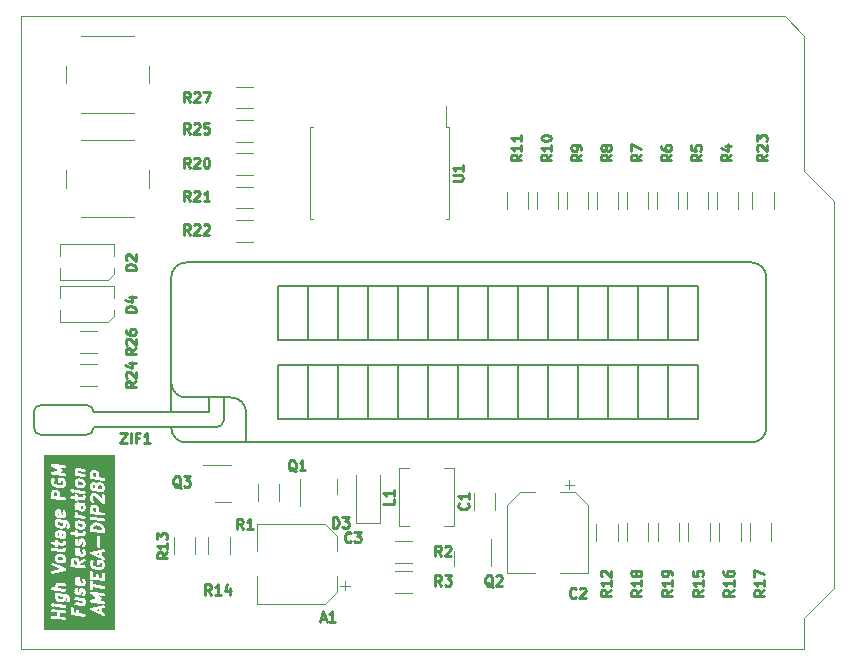
<source format=gbr>
%TF.GenerationSoftware,KiCad,Pcbnew,(7.0.0)*%
%TF.CreationDate,2023-03-08T16:57:33-05:00*%
%TF.ProjectId,RESTORE_AVR_FUSES_SMD,52455354-4f52-4455-9f41-56525f465553,1.1v*%
%TF.SameCoordinates,Original*%
%TF.FileFunction,Legend,Top*%
%TF.FilePolarity,Positive*%
%FSLAX46Y46*%
G04 Gerber Fmt 4.6, Leading zero omitted, Abs format (unit mm)*
G04 Created by KiCad (PCBNEW (7.0.0)) date 2023-03-08 16:57:33*
%MOMM*%
%LPD*%
G01*
G04 APERTURE LIST*
%ADD10C,0.254000*%
%ADD11C,0.215900*%
%ADD12C,0.120000*%
%ADD13C,0.150000*%
G04 APERTURE END LIST*
D10*
G36*
X108027893Y-126384800D02*
G01*
X107833325Y-126295623D01*
X108027893Y-126255089D01*
X108027893Y-126384800D01*
G37*
G36*
X105019820Y-125199038D02*
G01*
X105026339Y-125212890D01*
X105026339Y-125346277D01*
X105003837Y-125388467D01*
X104990341Y-125400275D01*
X104944519Y-125417459D01*
X104713081Y-125388529D01*
X104655558Y-125352578D01*
X104631489Y-125325501D01*
X104603005Y-125264972D01*
X104603005Y-125146937D01*
X105019820Y-125199038D01*
G37*
G36*
X106301447Y-124019663D02*
G01*
X106269305Y-123999575D01*
X106248925Y-123956268D01*
X106248925Y-123822881D01*
X106259266Y-123803490D01*
X106301447Y-124019663D01*
G37*
G36*
X106078372Y-122142932D02*
G01*
X106135895Y-122178884D01*
X106159965Y-122205963D01*
X106188449Y-122266491D01*
X106188449Y-122371002D01*
X106183664Y-122395595D01*
X106188449Y-122407609D01*
X106188449Y-122481288D01*
X105910259Y-122446514D01*
X105910259Y-122203329D01*
X105932761Y-122161136D01*
X105946254Y-122149330D01*
X105992077Y-122132146D01*
X106078372Y-122142932D01*
G37*
G36*
X104916262Y-121855066D02*
G01*
X104973785Y-121891017D01*
X104997855Y-121918096D01*
X105026339Y-121978624D01*
X105026339Y-122063630D01*
X105003837Y-122105820D01*
X104990341Y-122117628D01*
X104944519Y-122134812D01*
X104713081Y-122105882D01*
X104655558Y-122069931D01*
X104631489Y-122042854D01*
X104603005Y-121982325D01*
X104603005Y-121897319D01*
X104625506Y-121855128D01*
X104639002Y-121843320D01*
X104684824Y-121826136D01*
X104916262Y-121855066D01*
G37*
G36*
X108027893Y-121643467D02*
G01*
X107833325Y-121554290D01*
X108027893Y-121513756D01*
X108027893Y-121643467D01*
G37*
G36*
X106301447Y-121523206D02*
G01*
X106269305Y-121503118D01*
X106248925Y-121459811D01*
X106248925Y-121326424D01*
X106259266Y-121307033D01*
X106301447Y-121523206D01*
G37*
G36*
X105019820Y-119884393D02*
G01*
X105026339Y-119898244D01*
X105026339Y-120080012D01*
X105015465Y-120100399D01*
X104992900Y-120108861D01*
X104954986Y-120104121D01*
X104913671Y-120078300D01*
X104893291Y-120034991D01*
X104893291Y-119868577D01*
X105019820Y-119884393D01*
G37*
G36*
X104639291Y-119849865D02*
G01*
X104639291Y-120055026D01*
X104637146Y-120071257D01*
X104603005Y-119998707D01*
X104603005Y-119865320D01*
X104613878Y-119844932D01*
X104633506Y-119837572D01*
X104639291Y-119849865D01*
G37*
G36*
X107979156Y-119189686D02*
G01*
X108146762Y-119252539D01*
X108217243Y-119296590D01*
X108284028Y-119371723D01*
X108318179Y-119478442D01*
X108318179Y-119556660D01*
X107556179Y-119461410D01*
X107556179Y-119353074D01*
X107586473Y-119265976D01*
X107640555Y-119218654D01*
X107701672Y-119195735D01*
X107864606Y-119175368D01*
X107979156Y-119189686D01*
G37*
G36*
X106562182Y-119010267D02*
G01*
X106619705Y-119046218D01*
X106643775Y-119073297D01*
X106672259Y-119133825D01*
X106672259Y-119218831D01*
X106649757Y-119261021D01*
X106636261Y-119272829D01*
X106590439Y-119290013D01*
X106359001Y-119261083D01*
X106301478Y-119225132D01*
X106277409Y-119198055D01*
X106248925Y-119137526D01*
X106248925Y-119052520D01*
X106271426Y-119010329D01*
X106284922Y-118998521D01*
X106330744Y-118981337D01*
X106562182Y-119010267D01*
G37*
G36*
X105019820Y-118965154D02*
G01*
X105026339Y-118979006D01*
X105026339Y-119112393D01*
X105003837Y-119154583D01*
X104990341Y-119166391D01*
X104944519Y-119183575D01*
X104713081Y-119154645D01*
X104655558Y-119118694D01*
X104631489Y-119091617D01*
X104603005Y-119031088D01*
X104603005Y-118913053D01*
X105019820Y-118965154D01*
G37*
G36*
X104655527Y-118259912D02*
G01*
X104623385Y-118239824D01*
X104603005Y-118196517D01*
X104603005Y-118063130D01*
X104613346Y-118043739D01*
X104655527Y-118259912D01*
G37*
G36*
X107724292Y-117658018D02*
G01*
X107781815Y-117693970D01*
X107805885Y-117721049D01*
X107834369Y-117781577D01*
X107834369Y-117996374D01*
X107556179Y-117961600D01*
X107556179Y-117718415D01*
X107578681Y-117676222D01*
X107592174Y-117664416D01*
X107637997Y-117647232D01*
X107724292Y-117658018D01*
G37*
G36*
X106665740Y-117523403D02*
G01*
X106672259Y-117537254D01*
X106672259Y-117719022D01*
X106661385Y-117739409D01*
X106638820Y-117747871D01*
X106600906Y-117743131D01*
X106559591Y-117717310D01*
X106539211Y-117674001D01*
X106539211Y-117507587D01*
X106665740Y-117523403D01*
G37*
G36*
X106285211Y-117488875D02*
G01*
X106285211Y-117694036D01*
X106283066Y-117710267D01*
X106248925Y-117637717D01*
X106248925Y-117504330D01*
X106259798Y-117483942D01*
X106279426Y-117476582D01*
X106285211Y-117488875D01*
G37*
G36*
X104432452Y-116383181D02*
G01*
X104489975Y-116419133D01*
X104514045Y-116446212D01*
X104542529Y-116506740D01*
X104542529Y-116721537D01*
X104264339Y-116686763D01*
X104264339Y-116443578D01*
X104286841Y-116401385D01*
X104300334Y-116389579D01*
X104346157Y-116372395D01*
X104432452Y-116383181D01*
G37*
G36*
X108208102Y-115783257D02*
G01*
X108265625Y-115819208D01*
X108289695Y-115846287D01*
X108318179Y-115906815D01*
X108318179Y-116040202D01*
X108295677Y-116082392D01*
X108282181Y-116094200D01*
X108236359Y-116111384D01*
X108101683Y-116094549D01*
X108044160Y-116058598D01*
X108020091Y-116031521D01*
X107991607Y-115970992D01*
X107991607Y-115837607D01*
X108014109Y-115795413D01*
X108027603Y-115783606D01*
X108073426Y-115766423D01*
X108208102Y-115783257D01*
G37*
G36*
X107685053Y-115746637D02*
G01*
X107709123Y-115773716D01*
X107737607Y-115834244D01*
X107737607Y-115967630D01*
X107715105Y-116009820D01*
X107701609Y-116021628D01*
X107661020Y-116036850D01*
X107608731Y-116004169D01*
X107584664Y-115977093D01*
X107556179Y-115916562D01*
X107556179Y-115783178D01*
X107578682Y-115740984D01*
X107592174Y-115729178D01*
X107632764Y-115713957D01*
X107685053Y-115746637D01*
G37*
G36*
X106562182Y-115478458D02*
G01*
X106619705Y-115514409D01*
X106643775Y-115541488D01*
X106672259Y-115602016D01*
X106672259Y-115687022D01*
X106649757Y-115729212D01*
X106636261Y-115741020D01*
X106590439Y-115758204D01*
X106359001Y-115729274D01*
X106301478Y-115693323D01*
X106277409Y-115666246D01*
X106248925Y-115605717D01*
X106248925Y-115520711D01*
X106271426Y-115478520D01*
X106284922Y-115466712D01*
X106330744Y-115449528D01*
X106562182Y-115478458D01*
G37*
G36*
X107724292Y-114706780D02*
G01*
X107781815Y-114742732D01*
X107805885Y-114769811D01*
X107834369Y-114830339D01*
X107834369Y-115045136D01*
X107556179Y-115010362D01*
X107556179Y-114767177D01*
X107578681Y-114724984D01*
X107592174Y-114713178D01*
X107637997Y-114695994D01*
X107724292Y-114706780D01*
G37*
G36*
X109423563Y-127997856D02*
G01*
X103428437Y-127997856D01*
X103428437Y-126946801D01*
X104004999Y-126946801D01*
X104027327Y-127017962D01*
X104084584Y-127065754D01*
X104604195Y-127130705D01*
X104639985Y-127135851D01*
X104641140Y-127135323D01*
X105155707Y-127199644D01*
X105210535Y-127190726D01*
X105265990Y-127140854D01*
X105285679Y-127068919D01*
X105263351Y-126997758D01*
X105206095Y-126949966D01*
X104748148Y-126892723D01*
X104748148Y-126654096D01*
X105650919Y-126654096D01*
X105661743Y-126688594D01*
X105671909Y-126723215D01*
X105672866Y-126724044D01*
X105673247Y-126725257D01*
X105700984Y-126748409D01*
X105728274Y-126772056D01*
X105729530Y-126772236D01*
X105730504Y-126773049D01*
X105766309Y-126777524D01*
X105802096Y-126782670D01*
X105803251Y-126782142D01*
X106250115Y-126838000D01*
X106285905Y-126843146D01*
X106287060Y-126842618D01*
X106801627Y-126906939D01*
X106856455Y-126898021D01*
X106911910Y-126848149D01*
X106931599Y-126776214D01*
X106909271Y-126705053D01*
X106852015Y-126657261D01*
X106394068Y-126600018D01*
X106394068Y-126355204D01*
X106378418Y-126301905D01*
X106322053Y-126253064D01*
X106248231Y-126242450D01*
X106180389Y-126273432D01*
X106140068Y-126336174D01*
X106140068Y-126568268D01*
X105910259Y-126539542D01*
X105910259Y-126220821D01*
X107300094Y-126220821D01*
X107302172Y-126253977D01*
X107302127Y-126287212D01*
X107304486Y-126290894D01*
X107304760Y-126295256D01*
X107324436Y-126322029D01*
X107342364Y-126350008D01*
X107346337Y-126351829D01*
X107348927Y-126355353D01*
X107379961Y-126367240D01*
X108085458Y-126690593D01*
X108099908Y-126703114D01*
X108118658Y-126705809D01*
X108408864Y-126838821D01*
X108463837Y-126846801D01*
X108531721Y-126815912D01*
X108572128Y-126753225D01*
X108572231Y-126678643D01*
X108531994Y-126615847D01*
X108281893Y-126501217D01*
X108281893Y-126202172D01*
X108488958Y-126159034D01*
X108537945Y-126132843D01*
X108574263Y-126067701D01*
X108569598Y-125993266D01*
X108525431Y-125933169D01*
X108455784Y-125906492D01*
X108150860Y-125970017D01*
X108136056Y-125967889D01*
X108115065Y-125977474D01*
X107425232Y-126121189D01*
X107410521Y-126119054D01*
X107389439Y-126128646D01*
X107385400Y-126129488D01*
X107372885Y-126136178D01*
X107342636Y-126149943D01*
X107340266Y-126153618D01*
X107336413Y-126155679D01*
X107320236Y-126184693D01*
X107302229Y-126212630D01*
X107302223Y-126217002D01*
X107300094Y-126220821D01*
X105910259Y-126220821D01*
X105910259Y-126149585D01*
X105894609Y-126096286D01*
X105838244Y-126047445D01*
X105764422Y-126036831D01*
X105696580Y-126067813D01*
X105656259Y-126130555D01*
X105656259Y-126634586D01*
X105650919Y-126654096D01*
X104748148Y-126654096D01*
X104748148Y-126568128D01*
X105155707Y-126619073D01*
X105210535Y-126610155D01*
X105265990Y-126560283D01*
X105285679Y-126488348D01*
X105263351Y-126417187D01*
X105206095Y-126369395D01*
X104638111Y-126298397D01*
X104602311Y-126293250D01*
X104601155Y-126293777D01*
X104134971Y-126235505D01*
X104080143Y-126244423D01*
X104024688Y-126294295D01*
X104004999Y-126366230D01*
X104027327Y-126437391D01*
X104084584Y-126485183D01*
X104494148Y-126536378D01*
X104494148Y-126860973D01*
X104134971Y-126816076D01*
X104080143Y-126824994D01*
X104024688Y-126874866D01*
X104004999Y-126946801D01*
X103428437Y-126946801D01*
X103428437Y-125882420D01*
X104004999Y-125882420D01*
X104010432Y-125899736D01*
X104010520Y-125917883D01*
X104016066Y-125926422D01*
X104017643Y-125936481D01*
X104024317Y-125943990D01*
X104027327Y-125953581D01*
X104041259Y-125965210D01*
X104051144Y-125980429D01*
X104060428Y-125984615D01*
X104084431Y-126011618D01*
X104099527Y-126034860D01*
X104125699Y-126046659D01*
X104150037Y-126061869D01*
X104159179Y-126061753D01*
X104167518Y-126065513D01*
X104195914Y-126061289D01*
X104224613Y-126060927D01*
X104232242Y-126055886D01*
X104241288Y-126054541D01*
X104262890Y-126035637D01*
X104286840Y-126019815D01*
X104290478Y-126011572D01*
X104291296Y-126011440D01*
X104311990Y-125992828D01*
X104335220Y-125977482D01*
X104339279Y-125968287D01*
X104346751Y-125961568D01*
X104350695Y-125947158D01*
X104365993Y-125995914D01*
X104423250Y-126043706D01*
X105155706Y-126135263D01*
X105210535Y-126126345D01*
X105265990Y-126076473D01*
X105285679Y-126004538D01*
X105263351Y-125933377D01*
X105206094Y-125885585D01*
X104725989Y-125825572D01*
X105989585Y-125825572D01*
X106011913Y-125896733D01*
X106069170Y-125944525D01*
X106632795Y-126014977D01*
X106663791Y-126021663D01*
X106686926Y-126012987D01*
X106711312Y-126009021D01*
X106721188Y-126000139D01*
X106770103Y-125981796D01*
X106780285Y-125982424D01*
X106804458Y-125968913D01*
X106812569Y-125965872D01*
X106820318Y-125960049D01*
X106845388Y-125946038D01*
X106849682Y-125937986D01*
X106856979Y-125932504D01*
X106866971Y-125905568D01*
X106908884Y-125826982D01*
X106926259Y-125799946D01*
X106926259Y-125775677D01*
X106931184Y-125751914D01*
X106926259Y-125739096D01*
X106926259Y-125625868D01*
X106930049Y-125597177D01*
X106919708Y-125575202D01*
X107296839Y-125575202D01*
X107305765Y-125603650D01*
X107311291Y-125632946D01*
X107316776Y-125638745D01*
X107319167Y-125646363D01*
X107342051Y-125665464D01*
X107362543Y-125687127D01*
X107370296Y-125689040D01*
X107376424Y-125694155D01*
X107406001Y-125697852D01*
X107434952Y-125704997D01*
X107442507Y-125702415D01*
X108447547Y-125828045D01*
X108502375Y-125819127D01*
X108557830Y-125769255D01*
X108577519Y-125697320D01*
X108555191Y-125626159D01*
X108497935Y-125578367D01*
X107991029Y-125515004D01*
X108195600Y-125445109D01*
X108230516Y-125433441D01*
X108242710Y-125418269D01*
X108258611Y-125407042D01*
X108265590Y-125389805D01*
X108277242Y-125375311D01*
X108279298Y-125355954D01*
X108286605Y-125337913D01*
X108283158Y-125319638D01*
X108285123Y-125301147D01*
X108276389Y-125283752D01*
X108272781Y-125264624D01*
X108259999Y-125251112D01*
X108251657Y-125234497D01*
X108234909Y-125224587D01*
X108221529Y-125210443D01*
X108203469Y-125205986D01*
X108019647Y-125097224D01*
X108447547Y-125150712D01*
X108502375Y-125141794D01*
X108557830Y-125091922D01*
X108577519Y-125019987D01*
X108555191Y-124948826D01*
X108497935Y-124901034D01*
X107452780Y-124770390D01*
X107424292Y-124763156D01*
X107398656Y-124771723D01*
X107371983Y-124776062D01*
X107363886Y-124783343D01*
X107353556Y-124786796D01*
X107336620Y-124807864D01*
X107316528Y-124825934D01*
X107313653Y-124836436D01*
X107306830Y-124844925D01*
X107303973Y-124871802D01*
X107296839Y-124897869D01*
X107300099Y-124908258D01*
X107298948Y-124919089D01*
X107311075Y-124943240D01*
X107319167Y-124969030D01*
X107327529Y-124976009D01*
X107332415Y-124985740D01*
X107355671Y-124999500D01*
X107376424Y-125016822D01*
X107387231Y-125018172D01*
X107852993Y-125293749D01*
X107398236Y-125449124D01*
X107371983Y-125453395D01*
X107349816Y-125473329D01*
X107325461Y-125490528D01*
X107322464Y-125497928D01*
X107316528Y-125503267D01*
X107308657Y-125532024D01*
X107297467Y-125559657D01*
X107298946Y-125567501D01*
X107296839Y-125575202D01*
X106919708Y-125575202D01*
X106918351Y-125572319D01*
X106910609Y-125545952D01*
X106908956Y-125544520D01*
X106911910Y-125541864D01*
X106931599Y-125469929D01*
X106909271Y-125398768D01*
X106852014Y-125350976D01*
X106746048Y-125337730D01*
X106738180Y-125332813D01*
X106709598Y-125333174D01*
X106119557Y-125259419D01*
X106064729Y-125268337D01*
X106009274Y-125318209D01*
X105989585Y-125390144D01*
X106011913Y-125461305D01*
X106069170Y-125509097D01*
X106639325Y-125580366D01*
X106643775Y-125585372D01*
X106672259Y-125645900D01*
X106672259Y-125730906D01*
X106661385Y-125751293D01*
X106638821Y-125759754D01*
X106119557Y-125694847D01*
X106064729Y-125703765D01*
X106009274Y-125753637D01*
X105989585Y-125825572D01*
X104725989Y-125825572D01*
X104473637Y-125794028D01*
X104418809Y-125802946D01*
X104363354Y-125852818D01*
X104360954Y-125861586D01*
X104360918Y-125854167D01*
X104355372Y-125845628D01*
X104353796Y-125835572D01*
X104347121Y-125828063D01*
X104344112Y-125818472D01*
X104330179Y-125806842D01*
X104320293Y-125791622D01*
X104311008Y-125787436D01*
X104287012Y-125760440D01*
X104271915Y-125737196D01*
X104245739Y-125725394D01*
X104221403Y-125710185D01*
X104212263Y-125710300D01*
X104203925Y-125706541D01*
X104175525Y-125710764D01*
X104146827Y-125711127D01*
X104139198Y-125716167D01*
X104130155Y-125717512D01*
X104108554Y-125736412D01*
X104084600Y-125752238D01*
X104080961Y-125760479D01*
X104080143Y-125760613D01*
X104059448Y-125779224D01*
X104036219Y-125794571D01*
X104032159Y-125803765D01*
X104024688Y-125810485D01*
X104019897Y-125827988D01*
X104010160Y-125843302D01*
X104010209Y-125853482D01*
X104006096Y-125862799D01*
X104007651Y-125872727D01*
X104004999Y-125882420D01*
X103428437Y-125882420D01*
X103428437Y-125005515D01*
X104343665Y-125005515D01*
X104357440Y-125049418D01*
X104349005Y-125062545D01*
X104349005Y-125086814D01*
X104344080Y-125110577D01*
X104349005Y-125123395D01*
X104349005Y-125285004D01*
X104345215Y-125313695D01*
X104356912Y-125338552D01*
X104364655Y-125364920D01*
X104372533Y-125371747D01*
X104401731Y-125433790D01*
X104404690Y-125452671D01*
X104429517Y-125480602D01*
X104454105Y-125508330D01*
X104454183Y-125508352D01*
X104465712Y-125521321D01*
X104473835Y-125538530D01*
X104489974Y-125548617D01*
X104489977Y-125548620D01*
X104507638Y-125559657D01*
X104594828Y-125614151D01*
X104616773Y-125632468D01*
X104644392Y-125635920D01*
X104671196Y-125643425D01*
X104680804Y-125640471D01*
X104938498Y-125672683D01*
X104969491Y-125679368D01*
X104992626Y-125670692D01*
X105017011Y-125666726D01*
X105026887Y-125657844D01*
X105088566Y-125634714D01*
X105112142Y-125631208D01*
X105136642Y-125609770D01*
X105162679Y-125590208D01*
X105164447Y-125585441D01*
X105178556Y-125573096D01*
X105199468Y-125561409D01*
X105214725Y-125532801D01*
X105232137Y-125505418D01*
X105232111Y-125500201D01*
X105262964Y-125442353D01*
X105280339Y-125415317D01*
X105280339Y-125391048D01*
X105285264Y-125367285D01*
X105280339Y-125354467D01*
X105280339Y-125244309D01*
X105312452Y-125264380D01*
X105336520Y-125291455D01*
X105365005Y-125351987D01*
X105365005Y-125436991D01*
X105322972Y-125515803D01*
X105311699Y-125570196D01*
X105338448Y-125639816D01*
X105398591Y-125683921D01*
X105473031Y-125688510D01*
X105538134Y-125652124D01*
X105601632Y-125533063D01*
X105619005Y-125506032D01*
X105619005Y-125481764D01*
X105623930Y-125458000D01*
X105619005Y-125445182D01*
X105619005Y-125331955D01*
X105622795Y-125303264D01*
X105611097Y-125278406D01*
X105603355Y-125252038D01*
X105595476Y-125245211D01*
X105566278Y-125183164D01*
X105563320Y-125164285D01*
X105538884Y-125136795D01*
X105513906Y-125108627D01*
X105513824Y-125108604D01*
X105502298Y-125095637D01*
X105494176Y-125078429D01*
X105478033Y-125068339D01*
X105478031Y-125068337D01*
X105454269Y-125053487D01*
X105373182Y-125002806D01*
X105351237Y-124984489D01*
X105323617Y-124981036D01*
X105296814Y-124973532D01*
X105287205Y-124976485D01*
X105130168Y-124956855D01*
X105103443Y-124949339D01*
X105093756Y-124952304D01*
X104572881Y-124887195D01*
X104569419Y-124884656D01*
X104536173Y-124882606D01*
X104473637Y-124874790D01*
X104418809Y-124883708D01*
X104363354Y-124933580D01*
X104343665Y-125005515D01*
X103428437Y-125005515D01*
X103428437Y-124515658D01*
X104004999Y-124515658D01*
X104027327Y-124586819D01*
X104084584Y-124634611D01*
X104529215Y-124690189D01*
X104537084Y-124695107D01*
X104565665Y-124694745D01*
X105155707Y-124768501D01*
X105210535Y-124759583D01*
X105265990Y-124709711D01*
X105276112Y-124672731D01*
X105990000Y-124672731D01*
X105994925Y-124685549D01*
X105994925Y-124798776D01*
X105991135Y-124827467D01*
X106002832Y-124852324D01*
X106010575Y-124878692D01*
X106018453Y-124885519D01*
X106039548Y-124930345D01*
X106039538Y-124930428D01*
X106055858Y-124965003D01*
X106063170Y-124980540D01*
X106063217Y-124980593D01*
X106071374Y-124997873D01*
X106087449Y-125007919D01*
X106100025Y-125022102D01*
X106118417Y-125027274D01*
X106192369Y-125073495D01*
X106214312Y-125091811D01*
X106241931Y-125095263D01*
X106268735Y-125102768D01*
X106278343Y-125099814D01*
X106294132Y-125101788D01*
X106325125Y-125108473D01*
X106348257Y-125099798D01*
X106372645Y-125095832D01*
X106382522Y-125086948D01*
X106431435Y-125068606D01*
X106441618Y-125069234D01*
X106465796Y-125055720D01*
X106473902Y-125052681D01*
X106481646Y-125046861D01*
X106506721Y-125032848D01*
X106511015Y-125024796D01*
X106518313Y-125019313D01*
X106528304Y-124992379D01*
X106570219Y-124913787D01*
X106587592Y-124886756D01*
X106587592Y-124862488D01*
X106592517Y-124838724D01*
X106587592Y-124825906D01*
X106587592Y-124736073D01*
X106598465Y-124715684D01*
X106615797Y-124709185D01*
X106651879Y-124731736D01*
X106672259Y-124775043D01*
X106672259Y-124908429D01*
X106630226Y-124987241D01*
X106618953Y-125041634D01*
X106645702Y-125111254D01*
X106705845Y-125155359D01*
X106780285Y-125159948D01*
X106845388Y-125123562D01*
X106908886Y-125004501D01*
X106926259Y-124977470D01*
X106926259Y-124953202D01*
X106931184Y-124929438D01*
X106926259Y-124916620D01*
X106926259Y-124755011D01*
X106930049Y-124726320D01*
X106918351Y-124701462D01*
X106910609Y-124675095D01*
X106902730Y-124668267D01*
X106881634Y-124623439D01*
X106881645Y-124623359D01*
X106865486Y-124589126D01*
X106858014Y-124573247D01*
X106857965Y-124573192D01*
X106849810Y-124555914D01*
X106833735Y-124545867D01*
X106821159Y-124531685D01*
X106802766Y-124526511D01*
X106728817Y-124480294D01*
X106706873Y-124461977D01*
X106679254Y-124458524D01*
X106652448Y-124451019D01*
X106642839Y-124453972D01*
X106627054Y-124451998D01*
X106596059Y-124445314D01*
X106572926Y-124453988D01*
X106548540Y-124457955D01*
X106538662Y-124466837D01*
X106489746Y-124485181D01*
X106479566Y-124484554D01*
X106455392Y-124498064D01*
X106447282Y-124501106D01*
X106439532Y-124506928D01*
X106414463Y-124520940D01*
X106410168Y-124528991D01*
X106402872Y-124534474D01*
X106392880Y-124561407D01*
X106350967Y-124639994D01*
X106333592Y-124667031D01*
X106333592Y-124691300D01*
X106328667Y-124715063D01*
X106333592Y-124727881D01*
X106333592Y-124817715D01*
X106322718Y-124838102D01*
X106305386Y-124844602D01*
X106269305Y-124822051D01*
X106248925Y-124778744D01*
X106248925Y-124693738D01*
X106290958Y-124614926D01*
X106302231Y-124560533D01*
X106275481Y-124490913D01*
X106215339Y-124446808D01*
X106140898Y-124442220D01*
X106075796Y-124478606D01*
X106012299Y-124597661D01*
X105994925Y-124624698D01*
X105994925Y-124648967D01*
X105990000Y-124672731D01*
X105276112Y-124672731D01*
X105285679Y-124637776D01*
X105263351Y-124566615D01*
X105206095Y-124518823D01*
X104635938Y-124447553D01*
X104631489Y-124442549D01*
X104603005Y-124382020D01*
X104603005Y-124297014D01*
X104613878Y-124276626D01*
X104636443Y-124268165D01*
X105155707Y-124333073D01*
X105210535Y-124324155D01*
X105265991Y-124274283D01*
X105285679Y-124202348D01*
X105263351Y-124131187D01*
X105206095Y-124083395D01*
X104642468Y-124012942D01*
X104611473Y-124006257D01*
X104588338Y-124014932D01*
X104563952Y-124018899D01*
X104554075Y-124027780D01*
X104505161Y-124046123D01*
X104494978Y-124045496D01*
X104470801Y-124059008D01*
X104462696Y-124062048D01*
X104454948Y-124067868D01*
X104429876Y-124081882D01*
X104425582Y-124089932D01*
X104418285Y-124095415D01*
X104408293Y-124122350D01*
X104366379Y-124200937D01*
X104349005Y-124227974D01*
X104349005Y-124252243D01*
X104344080Y-124276007D01*
X104349005Y-124288825D01*
X104349005Y-124402052D01*
X104347752Y-124411530D01*
X104134971Y-124384933D01*
X104080143Y-124393851D01*
X104024688Y-124443723D01*
X104004999Y-124515658D01*
X103428437Y-124515658D01*
X103428437Y-123801874D01*
X105990000Y-123801874D01*
X105994925Y-123814692D01*
X105994925Y-123976300D01*
X105991135Y-124004991D01*
X106002832Y-124029848D01*
X106010575Y-124056216D01*
X106018453Y-124063043D01*
X106039548Y-124107869D01*
X106039538Y-124107952D01*
X106055858Y-124142527D01*
X106063170Y-124158064D01*
X106063217Y-124158117D01*
X106071374Y-124175397D01*
X106087449Y-124185443D01*
X106100025Y-124199626D01*
X106118417Y-124204798D01*
X106192370Y-124251019D01*
X106214313Y-124269335D01*
X106241930Y-124272787D01*
X106268735Y-124280292D01*
X106278343Y-124277338D01*
X106419491Y-124294982D01*
X106429683Y-124300835D01*
X106455854Y-124299527D01*
X106632796Y-124321645D01*
X106663791Y-124328330D01*
X106686926Y-124319654D01*
X106711312Y-124315688D01*
X106721187Y-124306806D01*
X106770103Y-124288463D01*
X106780285Y-124289091D01*
X106804458Y-124275580D01*
X106812569Y-124272539D01*
X106817390Y-124268916D01*
X107296839Y-124268916D01*
X107302179Y-124285935D01*
X107302179Y-124575022D01*
X107317829Y-124628321D01*
X107374194Y-124677162D01*
X107448016Y-124687776D01*
X107515858Y-124656794D01*
X107556179Y-124594052D01*
X107556179Y-124410338D01*
X108447547Y-124521759D01*
X108502375Y-124512841D01*
X108557830Y-124462969D01*
X108577519Y-124391034D01*
X108555191Y-124319873D01*
X108497935Y-124272081D01*
X107556179Y-124154362D01*
X107556179Y-123957929D01*
X107540529Y-123904630D01*
X107484164Y-123855789D01*
X107410342Y-123845175D01*
X107342500Y-123876157D01*
X107302179Y-123938899D01*
X107302179Y-124249406D01*
X107296839Y-124268916D01*
X106817390Y-124268916D01*
X106820318Y-124266716D01*
X106845388Y-124252705D01*
X106849682Y-124244653D01*
X106856979Y-124239171D01*
X106866971Y-124212235D01*
X106908884Y-124133649D01*
X106926259Y-124106613D01*
X106926259Y-124082344D01*
X106931184Y-124058581D01*
X106926259Y-124045763D01*
X106926259Y-123884154D01*
X106930049Y-123855463D01*
X106918351Y-123830605D01*
X106910609Y-123804238D01*
X106902730Y-123797410D01*
X106858014Y-123702390D01*
X106821159Y-123660828D01*
X106749363Y-123640635D01*
X106678048Y-123662465D01*
X106629855Y-123719385D01*
X106620088Y-123793324D01*
X106672259Y-123904186D01*
X106672259Y-124037573D01*
X106661385Y-124057960D01*
X106638821Y-124066421D01*
X106567624Y-124057522D01*
X106494172Y-123681083D01*
X106496170Y-123673786D01*
X106487121Y-123644949D01*
X106486149Y-123639964D01*
X107296839Y-123639964D01*
X107307663Y-123674462D01*
X107317829Y-123709083D01*
X107318786Y-123709912D01*
X107319167Y-123711125D01*
X107346904Y-123734277D01*
X107374194Y-123757924D01*
X107375450Y-123758104D01*
X107376424Y-123758917D01*
X107412229Y-123763392D01*
X107448016Y-123768538D01*
X107449171Y-123768010D01*
X107896035Y-123823868D01*
X107931825Y-123829014D01*
X107932980Y-123828486D01*
X108428210Y-123890389D01*
X108464016Y-123895538D01*
X108482414Y-123887135D01*
X108502375Y-123883889D01*
X108515633Y-123871965D01*
X108531858Y-123864556D01*
X108542793Y-123847539D01*
X108557830Y-123834017D01*
X108562538Y-123816815D01*
X108572179Y-123801814D01*
X108572179Y-123781592D01*
X108577519Y-123762082D01*
X108572179Y-123745063D01*
X108572179Y-123262453D01*
X108556529Y-123209154D01*
X108500164Y-123160313D01*
X108426342Y-123149699D01*
X108358500Y-123180681D01*
X108318179Y-123243423D01*
X108318179Y-123620660D01*
X108039988Y-123585886D01*
X108039988Y-123341072D01*
X108024338Y-123287773D01*
X107967973Y-123238932D01*
X107894151Y-123228318D01*
X107826309Y-123259300D01*
X107785988Y-123322042D01*
X107785988Y-123554136D01*
X107556179Y-123525410D01*
X107556179Y-123135453D01*
X107540529Y-123082154D01*
X107484164Y-123033313D01*
X107410342Y-123022699D01*
X107342500Y-123053681D01*
X107302179Y-123116423D01*
X107302179Y-123620454D01*
X107296839Y-123639964D01*
X106486149Y-123639964D01*
X106484982Y-123633982D01*
X106481686Y-123627625D01*
X106473842Y-123602625D01*
X106464820Y-123595094D01*
X106459414Y-123584667D01*
X106436697Y-123571621D01*
X106416585Y-123554833D01*
X106404928Y-123553376D01*
X106394739Y-123547524D01*
X106368567Y-123548831D01*
X106288387Y-123538808D01*
X106257393Y-123532124D01*
X106234258Y-123540799D01*
X106209872Y-123544766D01*
X106199995Y-123553647D01*
X106151081Y-123571990D01*
X106140898Y-123571363D01*
X106116721Y-123584875D01*
X106108616Y-123587915D01*
X106100868Y-123593735D01*
X106075796Y-123607749D01*
X106071502Y-123615799D01*
X106064205Y-123621282D01*
X106054213Y-123648217D01*
X106012299Y-123726804D01*
X105994925Y-123753841D01*
X105994925Y-123778110D01*
X105990000Y-123801874D01*
X103428437Y-123801874D01*
X103428437Y-123100249D01*
X104008254Y-123100249D01*
X104012920Y-123174684D01*
X104057087Y-123234781D01*
X104126734Y-123261458D01*
X105157285Y-123046759D01*
X105171997Y-123048895D01*
X105193078Y-123039302D01*
X105197118Y-123038461D01*
X105209632Y-123031770D01*
X105239882Y-123018006D01*
X105242251Y-123014330D01*
X105246105Y-123012270D01*
X105262278Y-122983260D01*
X105280289Y-122955319D01*
X105280294Y-122950944D01*
X105282423Y-122947128D01*
X105280345Y-122913979D01*
X105280391Y-122880737D01*
X105278031Y-122877054D01*
X105277758Y-122872693D01*
X105258084Y-122845924D01*
X105240154Y-122817941D01*
X105236179Y-122816119D01*
X105233590Y-122812596D01*
X105202561Y-122800711D01*
X104679703Y-122561068D01*
X105650919Y-122561068D01*
X105661743Y-122595566D01*
X105671909Y-122630187D01*
X105672866Y-122631016D01*
X105673247Y-122632229D01*
X105700984Y-122655381D01*
X105728274Y-122679028D01*
X105729530Y-122679208D01*
X105730504Y-122680021D01*
X105766309Y-122684496D01*
X105802096Y-122689642D01*
X105803251Y-122689114D01*
X106298476Y-122751017D01*
X106334286Y-122756166D01*
X106335442Y-122755638D01*
X106801627Y-122813911D01*
X106856455Y-122804993D01*
X106911910Y-122755121D01*
X106931599Y-122683186D01*
X106909271Y-122612025D01*
X106852015Y-122564233D01*
X106442449Y-122513037D01*
X106442449Y-122456719D01*
X106486849Y-122431189D01*
X107296856Y-122431189D01*
X107307748Y-122465227D01*
X107317829Y-122499559D01*
X107319081Y-122500644D01*
X107353609Y-122608541D01*
X107357864Y-122635692D01*
X107377089Y-122657321D01*
X107393317Y-122681282D01*
X107401500Y-122684783D01*
X107467266Y-122758770D01*
X107475389Y-122775979D01*
X107491528Y-122786066D01*
X107491531Y-122786069D01*
X107512541Y-122799199D01*
X107583541Y-122843573D01*
X107591573Y-122854343D01*
X107614569Y-122862966D01*
X107619258Y-122865897D01*
X107631592Y-122869350D01*
X107799797Y-122932427D01*
X107811851Y-122942489D01*
X107834014Y-122945259D01*
X107837112Y-122946421D01*
X107852092Y-122947519D01*
X107973497Y-122962694D01*
X107988500Y-122969883D01*
X108009752Y-122967226D01*
X108012118Y-122967522D01*
X108027824Y-122964967D01*
X108197600Y-122943744D01*
X108212950Y-122947055D01*
X108233867Y-122939211D01*
X108237147Y-122938801D01*
X108250911Y-122932819D01*
X108332025Y-122902401D01*
X108355601Y-122898895D01*
X108380101Y-122877457D01*
X108406138Y-122857895D01*
X108407906Y-122853128D01*
X108477849Y-122791929D01*
X108504498Y-122771038D01*
X108511893Y-122749775D01*
X108523977Y-122730772D01*
X108523902Y-122715251D01*
X108560172Y-122610972D01*
X108572179Y-122592290D01*
X108572179Y-122558126D01*
X108573858Y-122523991D01*
X108572179Y-122521073D01*
X108572179Y-122474939D01*
X108577502Y-122455048D01*
X108566609Y-122421007D01*
X108556529Y-122386678D01*
X108555276Y-122385592D01*
X108520748Y-122277693D01*
X108516494Y-122250545D01*
X108497270Y-122228918D01*
X108481041Y-122204955D01*
X108472856Y-122201453D01*
X108461438Y-122188607D01*
X108458429Y-122179016D01*
X108437051Y-122161171D01*
X108431206Y-122154596D01*
X108423116Y-122149540D01*
X108401173Y-122131224D01*
X108391966Y-122130073D01*
X108384100Y-122125157D01*
X108355523Y-122125517D01*
X108026716Y-122084417D01*
X107990913Y-122079270D01*
X107972514Y-122087672D01*
X107952554Y-122090919D01*
X107939295Y-122102842D01*
X107923071Y-122110252D01*
X107912135Y-122127268D01*
X107897099Y-122140791D01*
X107892390Y-122157992D01*
X107882750Y-122172994D01*
X107882750Y-122193216D01*
X107877410Y-122212726D01*
X107882750Y-122229745D01*
X107882750Y-122422070D01*
X107898400Y-122475369D01*
X107954765Y-122524210D01*
X108028587Y-122534824D01*
X108096429Y-122503842D01*
X108136750Y-122441100D01*
X108136750Y-122354148D01*
X108284433Y-122372608D01*
X108318179Y-122478061D01*
X108318179Y-122533544D01*
X108287884Y-122620640D01*
X108233800Y-122667963D01*
X108172683Y-122690882D01*
X108009750Y-122711249D01*
X107895200Y-122696930D01*
X107727594Y-122634078D01*
X107657112Y-122590027D01*
X107590329Y-122514896D01*
X107556179Y-122408175D01*
X107556179Y-122314606D01*
X107598212Y-122235794D01*
X107609485Y-122181401D01*
X107582735Y-122111781D01*
X107522593Y-122067676D01*
X107448152Y-122063088D01*
X107383050Y-122099474D01*
X107319553Y-122218529D01*
X107302179Y-122245566D01*
X107302179Y-122269835D01*
X107297254Y-122293599D01*
X107302179Y-122306417D01*
X107302179Y-122411298D01*
X107296856Y-122431189D01*
X106486849Y-122431189D01*
X106878396Y-122206050D01*
X106916800Y-122165915D01*
X106931044Y-122092706D01*
X106903447Y-122023419D01*
X106842772Y-121980050D01*
X106768281Y-121976370D01*
X106428351Y-122171829D01*
X106426799Y-122166543D01*
X106418920Y-122159715D01*
X106389722Y-122097672D01*
X106386764Y-122078792D01*
X106362057Y-122050996D01*
X106337349Y-122023133D01*
X106337269Y-122023110D01*
X106325742Y-122010142D01*
X106317619Y-121992933D01*
X106301477Y-121982844D01*
X106301476Y-121982843D01*
X106282387Y-121970913D01*
X106196627Y-121917314D01*
X106174681Y-121898995D01*
X106147059Y-121895542D01*
X106120257Y-121888038D01*
X106110649Y-121890991D01*
X105998098Y-121876922D01*
X105967106Y-121870238D01*
X105943970Y-121878913D01*
X105919586Y-121882880D01*
X105909709Y-121891761D01*
X105848028Y-121914892D01*
X105824453Y-121918399D01*
X105799951Y-121939838D01*
X105773919Y-121959398D01*
X105772150Y-121964164D01*
X105758043Y-121976508D01*
X105737130Y-121988197D01*
X105721869Y-122016810D01*
X105704461Y-122044189D01*
X105704486Y-122049404D01*
X105673633Y-122107252D01*
X105656259Y-122134289D01*
X105656259Y-122158558D01*
X105651334Y-122182322D01*
X105656259Y-122195140D01*
X105656259Y-122541558D01*
X105650919Y-122561068D01*
X104679703Y-122561068D01*
X104173654Y-122329129D01*
X104118681Y-122321149D01*
X104050796Y-122352038D01*
X104010389Y-122414725D01*
X104010287Y-122489307D01*
X104050524Y-122552103D01*
X104749192Y-122872325D01*
X104093560Y-123008916D01*
X104044573Y-123035108D01*
X104008254Y-123100249D01*
X103428437Y-123100249D01*
X103428437Y-121876312D01*
X104344080Y-121876312D01*
X104349005Y-121889130D01*
X104349005Y-122002357D01*
X104345215Y-122031048D01*
X104356912Y-122055905D01*
X104364655Y-122082273D01*
X104372533Y-122089100D01*
X104401731Y-122151143D01*
X104404690Y-122170024D01*
X104429517Y-122197955D01*
X104454105Y-122225683D01*
X104454183Y-122225705D01*
X104465712Y-122238674D01*
X104473835Y-122255883D01*
X104489974Y-122265970D01*
X104489977Y-122265973D01*
X104510441Y-122278762D01*
X104594828Y-122331504D01*
X104616773Y-122349821D01*
X104644392Y-122353273D01*
X104671196Y-122360778D01*
X104680804Y-122357824D01*
X104938498Y-122390036D01*
X104969491Y-122396721D01*
X104992626Y-122388045D01*
X105017011Y-122384079D01*
X105026887Y-122375197D01*
X105088566Y-122352067D01*
X105112142Y-122348561D01*
X105136642Y-122327123D01*
X105162679Y-122307561D01*
X105164447Y-122302794D01*
X105178556Y-122290449D01*
X105199468Y-122278762D01*
X105214725Y-122250154D01*
X105232137Y-122222771D01*
X105232111Y-122217554D01*
X105262964Y-122159706D01*
X105280339Y-122132670D01*
X105280339Y-122108401D01*
X105285264Y-122084638D01*
X105280339Y-122071820D01*
X105280339Y-121958592D01*
X105284129Y-121929901D01*
X105272431Y-121905043D01*
X105264689Y-121878676D01*
X105256810Y-121871848D01*
X105227612Y-121809805D01*
X105224654Y-121790925D01*
X105199947Y-121763129D01*
X105175239Y-121735266D01*
X105175159Y-121735243D01*
X105163632Y-121722275D01*
X105155509Y-121705066D01*
X105139367Y-121694977D01*
X105139366Y-121694976D01*
X105118902Y-121682187D01*
X105034515Y-121629445D01*
X105012570Y-121611128D01*
X104984950Y-121607675D01*
X104958147Y-121600171D01*
X104948539Y-121603124D01*
X104690845Y-121570912D01*
X104659853Y-121564228D01*
X104636717Y-121572903D01*
X104612333Y-121576870D01*
X104602456Y-121585751D01*
X104540777Y-121608881D01*
X104517202Y-121612388D01*
X104492698Y-121633827D01*
X104466666Y-121653388D01*
X104464898Y-121658152D01*
X104450788Y-121670498D01*
X104429876Y-121682187D01*
X104414618Y-121710794D01*
X104397207Y-121738178D01*
X104397232Y-121743394D01*
X104366379Y-121801242D01*
X104349005Y-121828279D01*
X104349005Y-121852548D01*
X104344080Y-121876312D01*
X103428437Y-121876312D01*
X103428437Y-121196725D01*
X104004999Y-121196725D01*
X104027327Y-121267886D01*
X104084584Y-121315678D01*
X104986876Y-121428464D01*
X105017871Y-121435149D01*
X105041006Y-121426473D01*
X105065392Y-121422507D01*
X105075267Y-121413625D01*
X105124183Y-121395282D01*
X105134365Y-121395910D01*
X105158538Y-121382399D01*
X105166649Y-121379358D01*
X105174398Y-121373535D01*
X105199468Y-121359524D01*
X105203762Y-121351472D01*
X105211059Y-121345990D01*
X105221051Y-121319054D01*
X105228324Y-121305417D01*
X105990000Y-121305417D01*
X105994925Y-121318235D01*
X105994925Y-121479843D01*
X105991135Y-121508534D01*
X106002832Y-121533391D01*
X106010575Y-121559759D01*
X106018453Y-121566586D01*
X106039548Y-121611412D01*
X106039538Y-121611495D01*
X106055858Y-121646070D01*
X106063170Y-121661607D01*
X106063217Y-121661660D01*
X106071374Y-121678940D01*
X106087449Y-121688986D01*
X106100025Y-121703169D01*
X106118417Y-121708341D01*
X106192370Y-121754562D01*
X106214313Y-121772878D01*
X106241930Y-121776330D01*
X106268735Y-121783835D01*
X106278343Y-121780881D01*
X106419491Y-121798525D01*
X106429683Y-121804378D01*
X106455854Y-121803070D01*
X106632796Y-121825188D01*
X106663791Y-121831873D01*
X106686926Y-121823197D01*
X106711312Y-121819231D01*
X106721187Y-121810349D01*
X106770103Y-121792006D01*
X106780285Y-121792634D01*
X106804458Y-121779123D01*
X106812569Y-121776082D01*
X106820318Y-121770259D01*
X106845388Y-121756248D01*
X106849682Y-121748196D01*
X106856979Y-121742714D01*
X106866971Y-121715778D01*
X106908884Y-121637192D01*
X106926259Y-121610156D01*
X106926259Y-121585887D01*
X106931184Y-121562124D01*
X106926259Y-121549306D01*
X106926259Y-121479488D01*
X107300094Y-121479488D01*
X107302172Y-121512644D01*
X107302127Y-121545879D01*
X107304486Y-121549561D01*
X107304760Y-121553923D01*
X107324436Y-121580696D01*
X107342364Y-121608675D01*
X107346337Y-121610496D01*
X107348927Y-121614020D01*
X107379961Y-121625907D01*
X108085458Y-121949260D01*
X108099908Y-121961781D01*
X108118658Y-121964476D01*
X108408864Y-122097488D01*
X108463837Y-122105468D01*
X108531721Y-122074579D01*
X108572128Y-122011892D01*
X108572231Y-121937310D01*
X108531994Y-121874514D01*
X108281893Y-121759884D01*
X108281893Y-121460839D01*
X108488958Y-121417701D01*
X108537945Y-121391510D01*
X108574263Y-121326368D01*
X108569598Y-121251933D01*
X108525431Y-121191836D01*
X108455784Y-121165159D01*
X108150860Y-121228684D01*
X108136056Y-121226556D01*
X108115065Y-121236141D01*
X107425232Y-121379856D01*
X107410521Y-121377721D01*
X107389439Y-121387313D01*
X107385400Y-121388155D01*
X107372885Y-121394845D01*
X107342636Y-121408610D01*
X107340266Y-121412285D01*
X107336413Y-121414346D01*
X107320236Y-121443360D01*
X107302229Y-121471297D01*
X107302223Y-121475669D01*
X107300094Y-121479488D01*
X106926259Y-121479488D01*
X106926259Y-121387697D01*
X106930049Y-121359006D01*
X106918351Y-121334148D01*
X106910609Y-121307781D01*
X106902730Y-121300953D01*
X106858014Y-121205933D01*
X106821159Y-121164371D01*
X106749363Y-121144178D01*
X106678048Y-121166008D01*
X106629855Y-121222928D01*
X106620088Y-121296867D01*
X106672259Y-121407729D01*
X106672259Y-121541116D01*
X106661385Y-121561503D01*
X106638821Y-121569964D01*
X106567624Y-121561065D01*
X106494172Y-121184626D01*
X106496170Y-121177329D01*
X106487121Y-121148492D01*
X106484982Y-121137525D01*
X106481686Y-121131168D01*
X106473842Y-121106168D01*
X106464820Y-121098637D01*
X106459414Y-121088210D01*
X106436697Y-121075164D01*
X106416585Y-121058376D01*
X106404928Y-121056919D01*
X106394739Y-121051067D01*
X106368567Y-121052374D01*
X106288387Y-121042351D01*
X106257393Y-121035667D01*
X106234258Y-121044342D01*
X106209872Y-121048309D01*
X106199995Y-121057190D01*
X106151081Y-121075533D01*
X106140898Y-121074906D01*
X106116721Y-121088418D01*
X106108616Y-121091458D01*
X106100868Y-121097278D01*
X106075796Y-121111292D01*
X106071502Y-121119342D01*
X106064205Y-121124825D01*
X106054213Y-121151760D01*
X106012299Y-121230347D01*
X105994925Y-121257384D01*
X105994925Y-121281653D01*
X105990000Y-121305417D01*
X105228324Y-121305417D01*
X105273991Y-121219793D01*
X105285264Y-121165400D01*
X105258514Y-121095780D01*
X105198372Y-121051675D01*
X105123931Y-121047087D01*
X105058829Y-121083473D01*
X105015465Y-121164779D01*
X104992901Y-121173240D01*
X104134971Y-121066000D01*
X104080143Y-121074918D01*
X104024688Y-121124790D01*
X104004999Y-121196725D01*
X103428437Y-121196725D01*
X103428437Y-120664535D01*
X104004999Y-120664535D01*
X104027327Y-120735696D01*
X104084584Y-120783488D01*
X104349005Y-120816541D01*
X104349005Y-120867831D01*
X104364655Y-120921130D01*
X104421020Y-120969971D01*
X104494842Y-120980585D01*
X104562684Y-120949603D01*
X104603005Y-120886861D01*
X104603005Y-120848290D01*
X104986876Y-120896274D01*
X105017871Y-120902959D01*
X105041006Y-120894283D01*
X105065392Y-120890317D01*
X105075267Y-120881435D01*
X105124183Y-120863092D01*
X105134365Y-120863720D01*
X105158538Y-120850209D01*
X105166649Y-120847168D01*
X105174398Y-120841345D01*
X105199468Y-120827334D01*
X105203762Y-120819282D01*
X105211059Y-120813800D01*
X105221051Y-120786864D01*
X105262964Y-120708278D01*
X105280339Y-120681242D01*
X105280339Y-120656973D01*
X105285264Y-120633210D01*
X105280339Y-120620392D01*
X105280339Y-120528928D01*
X105266836Y-120482941D01*
X105990000Y-120482941D01*
X105994925Y-120495759D01*
X105994925Y-120608986D01*
X105991135Y-120637677D01*
X106002832Y-120662534D01*
X106010575Y-120688902D01*
X106018453Y-120695729D01*
X106039548Y-120740555D01*
X106039538Y-120740638D01*
X106055742Y-120774966D01*
X106063170Y-120790750D01*
X106063217Y-120790803D01*
X106071374Y-120808083D01*
X106087449Y-120818129D01*
X106100025Y-120832312D01*
X106118417Y-120837484D01*
X106192369Y-120883705D01*
X106214312Y-120902021D01*
X106241931Y-120905473D01*
X106268735Y-120912978D01*
X106278343Y-120910024D01*
X106294132Y-120911998D01*
X106325125Y-120918683D01*
X106348257Y-120910008D01*
X106372645Y-120906042D01*
X106382522Y-120897158D01*
X106431435Y-120878816D01*
X106441618Y-120879444D01*
X106465796Y-120865930D01*
X106473902Y-120862891D01*
X106481646Y-120857071D01*
X106506721Y-120843058D01*
X106511015Y-120835006D01*
X106518313Y-120829523D01*
X106528304Y-120802589D01*
X106570219Y-120723997D01*
X106587592Y-120696966D01*
X106587592Y-120672698D01*
X106592517Y-120648934D01*
X106587592Y-120636116D01*
X106587592Y-120546283D01*
X106598465Y-120525894D01*
X106615797Y-120519395D01*
X106651879Y-120541946D01*
X106672259Y-120585253D01*
X106672259Y-120718639D01*
X106630226Y-120797451D01*
X106618953Y-120851844D01*
X106645702Y-120921464D01*
X106705845Y-120965569D01*
X106780285Y-120970158D01*
X106845388Y-120933772D01*
X106848302Y-120928308D01*
X107931131Y-120928308D01*
X107946781Y-120981607D01*
X108003146Y-121030448D01*
X108076968Y-121041062D01*
X108144810Y-121010080D01*
X108185131Y-120947338D01*
X108185131Y-120117691D01*
X108169481Y-120064392D01*
X108113116Y-120015551D01*
X108039294Y-120004937D01*
X107971452Y-120035919D01*
X107931131Y-120098661D01*
X107931131Y-120928308D01*
X106848302Y-120928308D01*
X106908886Y-120814711D01*
X106926259Y-120787680D01*
X106926259Y-120763412D01*
X106931184Y-120739648D01*
X106926259Y-120726830D01*
X106926259Y-120565221D01*
X106930049Y-120536530D01*
X106918351Y-120511672D01*
X106910609Y-120485305D01*
X106902730Y-120478477D01*
X106881634Y-120433649D01*
X106881645Y-120433569D01*
X106865486Y-120399336D01*
X106858014Y-120383457D01*
X106857965Y-120383402D01*
X106849810Y-120366124D01*
X106833735Y-120356077D01*
X106821159Y-120341895D01*
X106802766Y-120336721D01*
X106728817Y-120290504D01*
X106706873Y-120272187D01*
X106679254Y-120268734D01*
X106652448Y-120261229D01*
X106642839Y-120264182D01*
X106627054Y-120262208D01*
X106596059Y-120255524D01*
X106572926Y-120264198D01*
X106548540Y-120268165D01*
X106538662Y-120277047D01*
X106489746Y-120295391D01*
X106479566Y-120294764D01*
X106455392Y-120308274D01*
X106447282Y-120311316D01*
X106439532Y-120317138D01*
X106414463Y-120331150D01*
X106410168Y-120339201D01*
X106402872Y-120344684D01*
X106392880Y-120371617D01*
X106350967Y-120450204D01*
X106333592Y-120477241D01*
X106333592Y-120501510D01*
X106328667Y-120525273D01*
X106333592Y-120538091D01*
X106333592Y-120627925D01*
X106322718Y-120648312D01*
X106305386Y-120654812D01*
X106269305Y-120632261D01*
X106248925Y-120588954D01*
X106248925Y-120503948D01*
X106290958Y-120425136D01*
X106302231Y-120370743D01*
X106275481Y-120301123D01*
X106215339Y-120257018D01*
X106140898Y-120252430D01*
X106075796Y-120288816D01*
X106012299Y-120407871D01*
X105994925Y-120434908D01*
X105994925Y-120459177D01*
X105990000Y-120482941D01*
X105266836Y-120482941D01*
X105264689Y-120475629D01*
X105208324Y-120426788D01*
X105134502Y-120416174D01*
X105066660Y-120447156D01*
X105026339Y-120509898D01*
X105026339Y-120612202D01*
X105015465Y-120632589D01*
X104992901Y-120641050D01*
X104603005Y-120592314D01*
X104603005Y-120444262D01*
X104587355Y-120390963D01*
X104530990Y-120342122D01*
X104457168Y-120331508D01*
X104389326Y-120362490D01*
X104349005Y-120425232D01*
X104349005Y-120560564D01*
X104134971Y-120533810D01*
X104080143Y-120542728D01*
X104024688Y-120592600D01*
X104004999Y-120664535D01*
X103428437Y-120664535D01*
X103428437Y-119844313D01*
X104344080Y-119844313D01*
X104349005Y-119857131D01*
X104349005Y-120018739D01*
X104345215Y-120047430D01*
X104356912Y-120072287D01*
X104364655Y-120098655D01*
X104372533Y-120105482D01*
X104417250Y-120200503D01*
X104454105Y-120242065D01*
X104525901Y-120262258D01*
X104597216Y-120240428D01*
X104645409Y-120183508D01*
X104652791Y-120127619D01*
X104654941Y-120134940D01*
X104662819Y-120141766D01*
X104683914Y-120186595D01*
X104683904Y-120186677D01*
X104699962Y-120220698D01*
X104707535Y-120236789D01*
X104707584Y-120236845D01*
X104715740Y-120254122D01*
X104731812Y-120264167D01*
X104744390Y-120278351D01*
X104762783Y-120283524D01*
X104836736Y-120329744D01*
X104858679Y-120348060D01*
X104886296Y-120351512D01*
X104913101Y-120359017D01*
X104922709Y-120356063D01*
X104986876Y-120364084D01*
X105017871Y-120370769D01*
X105041006Y-120362093D01*
X105065392Y-120358127D01*
X105075267Y-120349245D01*
X105124183Y-120330902D01*
X105134365Y-120331530D01*
X105158538Y-120318019D01*
X105166649Y-120314978D01*
X105174398Y-120309155D01*
X105199468Y-120295144D01*
X105203762Y-120287092D01*
X105211059Y-120281610D01*
X105221051Y-120254674D01*
X105262964Y-120176088D01*
X105280339Y-120149052D01*
X105280339Y-120124783D01*
X105285264Y-120101020D01*
X105280339Y-120088202D01*
X105280339Y-119878212D01*
X105283837Y-119851735D01*
X105650919Y-119851735D01*
X105673247Y-119922896D01*
X105730504Y-119970688D01*
X105994925Y-120003741D01*
X105994925Y-120055031D01*
X106010575Y-120108330D01*
X106066940Y-120157171D01*
X106140762Y-120167785D01*
X106208604Y-120136803D01*
X106248925Y-120074061D01*
X106248925Y-120035490D01*
X106632796Y-120083474D01*
X106663791Y-120090159D01*
X106686926Y-120081483D01*
X106711312Y-120077517D01*
X106721187Y-120068635D01*
X106770103Y-120050292D01*
X106780285Y-120050920D01*
X106804458Y-120037409D01*
X106812569Y-120034368D01*
X106820318Y-120028545D01*
X106845388Y-120014534D01*
X106849682Y-120006482D01*
X106856979Y-120001000D01*
X106866971Y-119974064D01*
X106908884Y-119895478D01*
X106926259Y-119868442D01*
X106926259Y-119844173D01*
X106931184Y-119820410D01*
X106926259Y-119807592D01*
X106926259Y-119716128D01*
X106910609Y-119662829D01*
X106854244Y-119613988D01*
X106780422Y-119603374D01*
X106712580Y-119634356D01*
X106672259Y-119697098D01*
X106672259Y-119799402D01*
X106661385Y-119819789D01*
X106638821Y-119828250D01*
X106248925Y-119779514D01*
X106248925Y-119631462D01*
X106233275Y-119578163D01*
X106230737Y-119575964D01*
X107296839Y-119575964D01*
X107307663Y-119610462D01*
X107317829Y-119645083D01*
X107318786Y-119645912D01*
X107319167Y-119647125D01*
X107346904Y-119670277D01*
X107374194Y-119693924D01*
X107375450Y-119694104D01*
X107376424Y-119694917D01*
X107412229Y-119699392D01*
X107448016Y-119704538D01*
X107449171Y-119704010D01*
X108428210Y-119826389D01*
X108464016Y-119831538D01*
X108482414Y-119823135D01*
X108502375Y-119819889D01*
X108515633Y-119807965D01*
X108531858Y-119800556D01*
X108542793Y-119783539D01*
X108557830Y-119770017D01*
X108562538Y-119752815D01*
X108572179Y-119737814D01*
X108572179Y-119717592D01*
X108577519Y-119698082D01*
X108572179Y-119681063D01*
X108572179Y-119475319D01*
X108577502Y-119455428D01*
X108566609Y-119421389D01*
X108556529Y-119387058D01*
X108555276Y-119385972D01*
X108520748Y-119278075D01*
X108516494Y-119250925D01*
X108497267Y-119229295D01*
X108481041Y-119205336D01*
X108472857Y-119201834D01*
X108407089Y-119127845D01*
X108398968Y-119110639D01*
X108382828Y-119100551D01*
X108382825Y-119100548D01*
X108344948Y-119076877D01*
X108290816Y-119043044D01*
X108282784Y-119032275D01*
X108259784Y-119023650D01*
X108255098Y-119020721D01*
X108242767Y-119017268D01*
X108074559Y-118954190D01*
X108062506Y-118944129D01*
X108040342Y-118941358D01*
X108037245Y-118940197D01*
X108022265Y-118939098D01*
X107900858Y-118923923D01*
X107885857Y-118916735D01*
X107864604Y-118919391D01*
X107862240Y-118919096D01*
X107846535Y-118921650D01*
X107676757Y-118942873D01*
X107661408Y-118939563D01*
X107640490Y-118947406D01*
X107637210Y-118947817D01*
X107623443Y-118953799D01*
X107542331Y-118984216D01*
X107518755Y-118987723D01*
X107494257Y-119009158D01*
X107468220Y-119028721D01*
X107466451Y-119033489D01*
X107396516Y-119094682D01*
X107369860Y-119115580D01*
X107362463Y-119136844D01*
X107350381Y-119155847D01*
X107350455Y-119171366D01*
X107314184Y-119275645D01*
X107302179Y-119294327D01*
X107302179Y-119328490D01*
X107300500Y-119362625D01*
X107302179Y-119365543D01*
X107302179Y-119556454D01*
X107296839Y-119575964D01*
X106230737Y-119575964D01*
X106176910Y-119529322D01*
X106103088Y-119518708D01*
X106035246Y-119549690D01*
X105994925Y-119612432D01*
X105994925Y-119747764D01*
X105780891Y-119721010D01*
X105726063Y-119729928D01*
X105670608Y-119779800D01*
X105650919Y-119851735D01*
X105283837Y-119851735D01*
X105284129Y-119849521D01*
X105272431Y-119824663D01*
X105271637Y-119821959D01*
X105285679Y-119770654D01*
X105263351Y-119699493D01*
X105206095Y-119651701D01*
X105130172Y-119642210D01*
X105103443Y-119634693D01*
X105093754Y-119637658D01*
X104743126Y-119593830D01*
X104716395Y-119586312D01*
X104706706Y-119589277D01*
X104642468Y-119581248D01*
X104611473Y-119574563D01*
X104588338Y-119583238D01*
X104563952Y-119587205D01*
X104554075Y-119596086D01*
X104505161Y-119614429D01*
X104494978Y-119613802D01*
X104470801Y-119627314D01*
X104462696Y-119630354D01*
X104454948Y-119636174D01*
X104429876Y-119650188D01*
X104425582Y-119658238D01*
X104418285Y-119663721D01*
X104408293Y-119690656D01*
X104366379Y-119769243D01*
X104349005Y-119796280D01*
X104349005Y-119820549D01*
X104344080Y-119844313D01*
X103428437Y-119844313D01*
X103428437Y-118771631D01*
X104343665Y-118771631D01*
X104357440Y-118815534D01*
X104349005Y-118828661D01*
X104349005Y-118852930D01*
X104344080Y-118876693D01*
X104349005Y-118889511D01*
X104349005Y-119051120D01*
X104345215Y-119079811D01*
X104356912Y-119104668D01*
X104364655Y-119131036D01*
X104372533Y-119137863D01*
X104401731Y-119199906D01*
X104404690Y-119218787D01*
X104429517Y-119246718D01*
X104454105Y-119274446D01*
X104454183Y-119274468D01*
X104465712Y-119287437D01*
X104473835Y-119304646D01*
X104489974Y-119314733D01*
X104489977Y-119314736D01*
X104506761Y-119325225D01*
X104594828Y-119380267D01*
X104616773Y-119398584D01*
X104644392Y-119402036D01*
X104671196Y-119409541D01*
X104680804Y-119406587D01*
X104938498Y-119438799D01*
X104969491Y-119445484D01*
X104992626Y-119436808D01*
X105017011Y-119432842D01*
X105026887Y-119423960D01*
X105088566Y-119400830D01*
X105112142Y-119397324D01*
X105136642Y-119375886D01*
X105162679Y-119356324D01*
X105164447Y-119351557D01*
X105178556Y-119339212D01*
X105199468Y-119327525D01*
X105214725Y-119298917D01*
X105232137Y-119271534D01*
X105232111Y-119266317D01*
X105262964Y-119208469D01*
X105280339Y-119181433D01*
X105280339Y-119157164D01*
X105285264Y-119133401D01*
X105280339Y-119120583D01*
X105280339Y-119010425D01*
X105312452Y-119030496D01*
X105336520Y-119057571D01*
X105365005Y-119118103D01*
X105365005Y-119203107D01*
X105322972Y-119281919D01*
X105311699Y-119336312D01*
X105338448Y-119405932D01*
X105398591Y-119450037D01*
X105473031Y-119454626D01*
X105538134Y-119418240D01*
X105601632Y-119299179D01*
X105619005Y-119272148D01*
X105619005Y-119247880D01*
X105623930Y-119224116D01*
X105619005Y-119211298D01*
X105619005Y-119098071D01*
X105622795Y-119069380D01*
X105611097Y-119044522D01*
X105607277Y-119031513D01*
X105990000Y-119031513D01*
X105994925Y-119044331D01*
X105994925Y-119157558D01*
X105991135Y-119186249D01*
X106002832Y-119211106D01*
X106010575Y-119237474D01*
X106018453Y-119244301D01*
X106047651Y-119306344D01*
X106050610Y-119325225D01*
X106075437Y-119353156D01*
X106100025Y-119380884D01*
X106100103Y-119380906D01*
X106111632Y-119393875D01*
X106119755Y-119411084D01*
X106135894Y-119421171D01*
X106135897Y-119421174D01*
X106154568Y-119432842D01*
X106240748Y-119486705D01*
X106262693Y-119505022D01*
X106290312Y-119508474D01*
X106317116Y-119515979D01*
X106326724Y-119513025D01*
X106584418Y-119545237D01*
X106615411Y-119551922D01*
X106638546Y-119543246D01*
X106662931Y-119539280D01*
X106672807Y-119530398D01*
X106734486Y-119507268D01*
X106758062Y-119503762D01*
X106782562Y-119482324D01*
X106808599Y-119462762D01*
X106810367Y-119457995D01*
X106824476Y-119445650D01*
X106845388Y-119433963D01*
X106860645Y-119405355D01*
X106878057Y-119377972D01*
X106878031Y-119372755D01*
X106908884Y-119314907D01*
X106926259Y-119287871D01*
X106926259Y-119263602D01*
X106931184Y-119239839D01*
X106926259Y-119227021D01*
X106926259Y-119113793D01*
X106930049Y-119085102D01*
X106918351Y-119060244D01*
X106910609Y-119033877D01*
X106902730Y-119027049D01*
X106873532Y-118965006D01*
X106870574Y-118946126D01*
X106845867Y-118918330D01*
X106821159Y-118890467D01*
X106821079Y-118890444D01*
X106809552Y-118877476D01*
X106801429Y-118860267D01*
X106785287Y-118850178D01*
X106785286Y-118850177D01*
X106760126Y-118834453D01*
X106680435Y-118784646D01*
X106658490Y-118766329D01*
X106630870Y-118762876D01*
X106604067Y-118755372D01*
X106594459Y-118758325D01*
X106336765Y-118726113D01*
X106305773Y-118719429D01*
X106282637Y-118728104D01*
X106258253Y-118732071D01*
X106248376Y-118740952D01*
X106186697Y-118764082D01*
X106163122Y-118767589D01*
X106138618Y-118789028D01*
X106112586Y-118808589D01*
X106110818Y-118813353D01*
X106096708Y-118825699D01*
X106075796Y-118837388D01*
X106060538Y-118865995D01*
X106043127Y-118893379D01*
X106043152Y-118898595D01*
X106012299Y-118956443D01*
X105994925Y-118983480D01*
X105994925Y-119007749D01*
X105990000Y-119031513D01*
X105607277Y-119031513D01*
X105603355Y-119018154D01*
X105595476Y-119011327D01*
X105566278Y-118949280D01*
X105563320Y-118930401D01*
X105538884Y-118902911D01*
X105513906Y-118874743D01*
X105513824Y-118874720D01*
X105502298Y-118861753D01*
X105494176Y-118844545D01*
X105478033Y-118834455D01*
X105478031Y-118834453D01*
X105458584Y-118822300D01*
X105373182Y-118768922D01*
X105351237Y-118750605D01*
X105323617Y-118747152D01*
X105296814Y-118739648D01*
X105287205Y-118742601D01*
X105130168Y-118722971D01*
X105103443Y-118715455D01*
X105093756Y-118718420D01*
X104572881Y-118653311D01*
X104569419Y-118650772D01*
X104536173Y-118648722D01*
X104473637Y-118640906D01*
X104418809Y-118649824D01*
X104363354Y-118699696D01*
X104343665Y-118771631D01*
X103428437Y-118771631D01*
X103428437Y-118042123D01*
X104344080Y-118042123D01*
X104349005Y-118054941D01*
X104349005Y-118216549D01*
X104345215Y-118245240D01*
X104356912Y-118270097D01*
X104364655Y-118296465D01*
X104372533Y-118303292D01*
X104393628Y-118348118D01*
X104393618Y-118348201D01*
X104409938Y-118382776D01*
X104417250Y-118398313D01*
X104417297Y-118398366D01*
X104425454Y-118415646D01*
X104441529Y-118425692D01*
X104454105Y-118439875D01*
X104472497Y-118445047D01*
X104546450Y-118491268D01*
X104568393Y-118509584D01*
X104596010Y-118513036D01*
X104622815Y-118520541D01*
X104632423Y-118517587D01*
X104773571Y-118535231D01*
X104783763Y-118541084D01*
X104809934Y-118539776D01*
X104986876Y-118561894D01*
X105017871Y-118568579D01*
X105041006Y-118559903D01*
X105065392Y-118555937D01*
X105075267Y-118547055D01*
X105124183Y-118528712D01*
X105134365Y-118529340D01*
X105158538Y-118515829D01*
X105166649Y-118512788D01*
X105174398Y-118506965D01*
X105199468Y-118492954D01*
X105203762Y-118484902D01*
X105211059Y-118479420D01*
X105221051Y-118452484D01*
X105252105Y-118394259D01*
X105989585Y-118394259D01*
X106011913Y-118465420D01*
X106069170Y-118513212D01*
X106290308Y-118540854D01*
X106317116Y-118548360D01*
X106326725Y-118545406D01*
X106801626Y-118604769D01*
X106856455Y-118595851D01*
X106896359Y-118559964D01*
X107296839Y-118559964D01*
X107319167Y-118631125D01*
X107376424Y-118678917D01*
X108447547Y-118812807D01*
X108502375Y-118803889D01*
X108557830Y-118754017D01*
X108577519Y-118682082D01*
X108555191Y-118610921D01*
X108497935Y-118563129D01*
X107426811Y-118429239D01*
X107371983Y-118438157D01*
X107316528Y-118488029D01*
X107296839Y-118559964D01*
X106896359Y-118559964D01*
X106911910Y-118545979D01*
X106931599Y-118474044D01*
X106909271Y-118402883D01*
X106852014Y-118355091D01*
X106359000Y-118293464D01*
X106301478Y-118257513D01*
X106277409Y-118230436D01*
X106248925Y-118169907D01*
X106248925Y-118083272D01*
X106246835Y-118076154D01*
X107296839Y-118076154D01*
X107307663Y-118110652D01*
X107317829Y-118145273D01*
X107318786Y-118146102D01*
X107319167Y-118147315D01*
X107346904Y-118170467D01*
X107374194Y-118194114D01*
X107375450Y-118194294D01*
X107376424Y-118195107D01*
X107412229Y-118199582D01*
X107448016Y-118204728D01*
X107449171Y-118204200D01*
X107944396Y-118266103D01*
X107980206Y-118271252D01*
X107981362Y-118270724D01*
X108447547Y-118328997D01*
X108502375Y-118320079D01*
X108557830Y-118270207D01*
X108577519Y-118198272D01*
X108555191Y-118127111D01*
X108497935Y-118079319D01*
X108088369Y-118028123D01*
X108088369Y-117761545D01*
X108092159Y-117732854D01*
X108080461Y-117707996D01*
X108072719Y-117681629D01*
X108064840Y-117674801D01*
X108035642Y-117612758D01*
X108032684Y-117593878D01*
X108007977Y-117566082D01*
X107983269Y-117538219D01*
X107983189Y-117538196D01*
X107971662Y-117525228D01*
X107963539Y-117508019D01*
X107947397Y-117497930D01*
X107947396Y-117497929D01*
X107924025Y-117483323D01*
X107842547Y-117432400D01*
X107820601Y-117414081D01*
X107792979Y-117410628D01*
X107766177Y-117403124D01*
X107756569Y-117406077D01*
X107644018Y-117392008D01*
X107613026Y-117385324D01*
X107589890Y-117393999D01*
X107565506Y-117397966D01*
X107555629Y-117406847D01*
X107493948Y-117429978D01*
X107470373Y-117433485D01*
X107445871Y-117454924D01*
X107419839Y-117474484D01*
X107418070Y-117479250D01*
X107403963Y-117491594D01*
X107383050Y-117503283D01*
X107367789Y-117531896D01*
X107350381Y-117559275D01*
X107350406Y-117564490D01*
X107319553Y-117622338D01*
X107302179Y-117649375D01*
X107302179Y-117673644D01*
X107297254Y-117697408D01*
X107302179Y-117710226D01*
X107302179Y-118056644D01*
X107296839Y-118076154D01*
X106246835Y-118076154D01*
X106233275Y-118029973D01*
X106176910Y-117981132D01*
X106103088Y-117970518D01*
X106035246Y-118001500D01*
X105994925Y-118064242D01*
X105994925Y-118189939D01*
X105991135Y-118218630D01*
X106002832Y-118243487D01*
X106010575Y-118269855D01*
X106018453Y-118276682D01*
X106030815Y-118302950D01*
X106009274Y-118322324D01*
X105989585Y-118394259D01*
X105252105Y-118394259D01*
X105262964Y-118373898D01*
X105280339Y-118346862D01*
X105280339Y-118322593D01*
X105285264Y-118298830D01*
X105280339Y-118286012D01*
X105280339Y-118124403D01*
X105284129Y-118095712D01*
X105272431Y-118070854D01*
X105264689Y-118044487D01*
X105256810Y-118037659D01*
X105212094Y-117942639D01*
X105175239Y-117901077D01*
X105103443Y-117880884D01*
X105032128Y-117902714D01*
X104983935Y-117959634D01*
X104974168Y-118033573D01*
X105026339Y-118144435D01*
X105026339Y-118277822D01*
X105015465Y-118298209D01*
X104992901Y-118306670D01*
X104921704Y-118297771D01*
X104848252Y-117921332D01*
X104850250Y-117914035D01*
X104841201Y-117885198D01*
X104839062Y-117874231D01*
X104835766Y-117867874D01*
X104827922Y-117842874D01*
X104818900Y-117835343D01*
X104813494Y-117824916D01*
X104790777Y-117811870D01*
X104770665Y-117795082D01*
X104759008Y-117793625D01*
X104748819Y-117787773D01*
X104722647Y-117789080D01*
X104642467Y-117779057D01*
X104611473Y-117772373D01*
X104588338Y-117781048D01*
X104563952Y-117785015D01*
X104554075Y-117793896D01*
X104505161Y-117812239D01*
X104494978Y-117811612D01*
X104470801Y-117825124D01*
X104462696Y-117828164D01*
X104454948Y-117833984D01*
X104429876Y-117847998D01*
X104425582Y-117856048D01*
X104418285Y-117861531D01*
X104408293Y-117888466D01*
X104366379Y-117967053D01*
X104349005Y-117994090D01*
X104349005Y-118018359D01*
X104344080Y-118042123D01*
X103428437Y-118042123D01*
X103428437Y-117483323D01*
X105990000Y-117483323D01*
X105994925Y-117496141D01*
X105994925Y-117657749D01*
X105991135Y-117686440D01*
X106002832Y-117711297D01*
X106010575Y-117737665D01*
X106018453Y-117744492D01*
X106063170Y-117839513D01*
X106100025Y-117881075D01*
X106171821Y-117901268D01*
X106243136Y-117879438D01*
X106291329Y-117822518D01*
X106298711Y-117766629D01*
X106300861Y-117773950D01*
X106308739Y-117780776D01*
X106329834Y-117825605D01*
X106329824Y-117825687D01*
X106345882Y-117859708D01*
X106353455Y-117875799D01*
X106353504Y-117875855D01*
X106361660Y-117893132D01*
X106377732Y-117903177D01*
X106390310Y-117917361D01*
X106408703Y-117922534D01*
X106482656Y-117968754D01*
X106504599Y-117987070D01*
X106532216Y-117990522D01*
X106559021Y-117998027D01*
X106568629Y-117995073D01*
X106632796Y-118003094D01*
X106663791Y-118009779D01*
X106686926Y-118001103D01*
X106711312Y-117997137D01*
X106721187Y-117988255D01*
X106770103Y-117969912D01*
X106780285Y-117970540D01*
X106804458Y-117957029D01*
X106812569Y-117953988D01*
X106820318Y-117948165D01*
X106845388Y-117934154D01*
X106849682Y-117926102D01*
X106856979Y-117920620D01*
X106866971Y-117893684D01*
X106908884Y-117815098D01*
X106926259Y-117788062D01*
X106926259Y-117763793D01*
X106931184Y-117740030D01*
X106926259Y-117727212D01*
X106926259Y-117517222D01*
X106930049Y-117488531D01*
X106918351Y-117463673D01*
X106917557Y-117460969D01*
X106931599Y-117409664D01*
X106909271Y-117338503D01*
X106852015Y-117290711D01*
X106776092Y-117281220D01*
X106749363Y-117273703D01*
X106739674Y-117276668D01*
X106389046Y-117232840D01*
X106362315Y-117225322D01*
X106352626Y-117228287D01*
X106288388Y-117220258D01*
X106257393Y-117213573D01*
X106234258Y-117222248D01*
X106209872Y-117226215D01*
X106199995Y-117235096D01*
X106151081Y-117253439D01*
X106140898Y-117252812D01*
X106116721Y-117266324D01*
X106108616Y-117269364D01*
X106100868Y-117275184D01*
X106075796Y-117289198D01*
X106071502Y-117297248D01*
X106064205Y-117302731D01*
X106054213Y-117329666D01*
X106012299Y-117408253D01*
X105994925Y-117435290D01*
X105994925Y-117459559D01*
X105990000Y-117483323D01*
X103428437Y-117483323D01*
X103428437Y-116801317D01*
X104004999Y-116801317D01*
X104015823Y-116835815D01*
X104025989Y-116870436D01*
X104026946Y-116871265D01*
X104027327Y-116872478D01*
X104055064Y-116895630D01*
X104082354Y-116919277D01*
X104083610Y-116919457D01*
X104084584Y-116920270D01*
X104120389Y-116924745D01*
X104156176Y-116929891D01*
X104157331Y-116929363D01*
X104652556Y-116991266D01*
X104688366Y-116996415D01*
X104689522Y-116995887D01*
X105155707Y-117054160D01*
X105210535Y-117045242D01*
X105265990Y-116995370D01*
X105285679Y-116923435D01*
X105263351Y-116852274D01*
X105206095Y-116804482D01*
X105200127Y-116803736D01*
X105650919Y-116803736D01*
X105673247Y-116874897D01*
X105730504Y-116922689D01*
X105994925Y-116955742D01*
X105994925Y-117007032D01*
X106010575Y-117060331D01*
X106066940Y-117109172D01*
X106140762Y-117119786D01*
X106208604Y-117088804D01*
X106248925Y-117026062D01*
X106248925Y-116987491D01*
X106632796Y-117035475D01*
X106663791Y-117042160D01*
X106686926Y-117033484D01*
X106711312Y-117029518D01*
X106721187Y-117020636D01*
X106770103Y-117002293D01*
X106780285Y-117002921D01*
X106804458Y-116989410D01*
X106812569Y-116986369D01*
X106820318Y-116980546D01*
X106845388Y-116966535D01*
X106849682Y-116958483D01*
X106856979Y-116953001D01*
X106866971Y-116926065D01*
X106908884Y-116847479D01*
X106926259Y-116820443D01*
X106926259Y-116796174D01*
X106931184Y-116772411D01*
X106926259Y-116759593D01*
X106926259Y-116729787D01*
X107297254Y-116729787D01*
X107302179Y-116742605D01*
X107302179Y-116952597D01*
X107298389Y-116981285D01*
X107310086Y-117006142D01*
X107317829Y-117032511D01*
X107325707Y-117039337D01*
X107354905Y-117101384D01*
X107357864Y-117120263D01*
X107382168Y-117147606D01*
X107407278Y-117175922D01*
X107407358Y-117175944D01*
X107443151Y-117216211D01*
X107490257Y-117245650D01*
X107564833Y-117244708D01*
X107627060Y-117203597D01*
X107657183Y-117135369D01*
X107645636Y-117061687D01*
X107584664Y-116993093D01*
X107556179Y-116932562D01*
X107556179Y-116750797D01*
X107578682Y-116708603D01*
X107592174Y-116696797D01*
X107637998Y-116679613D01*
X107684315Y-116685402D01*
X107787422Y-116732659D01*
X108331343Y-117344571D01*
X108333829Y-117353035D01*
X108355757Y-117372035D01*
X108362390Y-117379498D01*
X108369486Y-117383932D01*
X108390194Y-117401876D01*
X108400591Y-117403370D01*
X108409497Y-117408936D01*
X108436890Y-117408589D01*
X108464016Y-117412490D01*
X108473570Y-117408126D01*
X108484073Y-117407994D01*
X108506932Y-117392890D01*
X108531858Y-117381508D01*
X108537537Y-117372670D01*
X108546299Y-117366882D01*
X108557365Y-117341817D01*
X108572179Y-117318766D01*
X108572179Y-117308264D01*
X108576422Y-117298654D01*
X108572179Y-117271579D01*
X108572179Y-116634262D01*
X108556529Y-116580963D01*
X108500164Y-116532122D01*
X108426342Y-116521508D01*
X108358500Y-116552490D01*
X108318179Y-116615232D01*
X108318179Y-116947439D01*
X107966158Y-116551416D01*
X107951422Y-116528418D01*
X107924970Y-116516294D01*
X107900289Y-116500870D01*
X107891558Y-116500980D01*
X107787813Y-116453430D01*
X107772219Y-116440414D01*
X107736492Y-116435948D01*
X107700806Y-116430768D01*
X107699565Y-116431332D01*
X107644019Y-116424389D01*
X107613026Y-116417705D01*
X107589891Y-116426380D01*
X107565506Y-116430347D01*
X107555629Y-116439228D01*
X107493948Y-116462359D01*
X107470373Y-116465866D01*
X107445871Y-116487305D01*
X107419839Y-116506865D01*
X107418070Y-116511631D01*
X107403962Y-116523975D01*
X107383050Y-116535664D01*
X107367788Y-116564279D01*
X107350381Y-116591656D01*
X107350406Y-116596870D01*
X107319554Y-116654718D01*
X107302179Y-116681755D01*
X107302179Y-116706024D01*
X107297254Y-116729787D01*
X106926259Y-116729787D01*
X106926259Y-116668129D01*
X106910609Y-116614830D01*
X106854244Y-116565989D01*
X106780422Y-116555375D01*
X106712580Y-116586357D01*
X106672259Y-116649099D01*
X106672259Y-116751403D01*
X106661385Y-116771790D01*
X106638821Y-116780251D01*
X106248925Y-116731515D01*
X106248925Y-116583463D01*
X106233275Y-116530164D01*
X106176910Y-116481323D01*
X106103088Y-116470709D01*
X106035246Y-116501691D01*
X105994925Y-116564433D01*
X105994925Y-116699765D01*
X105780891Y-116673011D01*
X105726063Y-116681929D01*
X105670608Y-116731801D01*
X105650919Y-116803736D01*
X105200127Y-116803736D01*
X104796529Y-116753286D01*
X104796529Y-116486708D01*
X104800319Y-116458017D01*
X104788621Y-116433159D01*
X104780879Y-116406792D01*
X104773000Y-116399964D01*
X104743802Y-116337921D01*
X104740844Y-116319041D01*
X104716137Y-116291245D01*
X104691429Y-116263382D01*
X104691349Y-116263359D01*
X104679822Y-116250391D01*
X104671699Y-116233182D01*
X104655672Y-116223165D01*
X105650919Y-116223165D01*
X105656352Y-116240481D01*
X105656440Y-116258628D01*
X105661986Y-116267167D01*
X105663563Y-116277226D01*
X105670237Y-116284735D01*
X105673247Y-116294326D01*
X105687179Y-116305955D01*
X105697064Y-116321174D01*
X105706348Y-116325360D01*
X105730351Y-116352363D01*
X105745447Y-116375605D01*
X105771619Y-116387404D01*
X105795957Y-116402614D01*
X105805099Y-116402498D01*
X105813438Y-116406258D01*
X105841834Y-116402034D01*
X105870533Y-116401672D01*
X105878162Y-116396631D01*
X105887208Y-116395286D01*
X105908810Y-116376382D01*
X105932760Y-116360560D01*
X105936398Y-116352317D01*
X105937216Y-116352185D01*
X105957910Y-116333573D01*
X105981140Y-116318227D01*
X105985199Y-116309032D01*
X105992671Y-116302313D01*
X105996615Y-116287903D01*
X106011913Y-116336659D01*
X106069170Y-116384451D01*
X106801626Y-116476008D01*
X106856455Y-116467090D01*
X106911910Y-116417218D01*
X106931599Y-116345283D01*
X106909271Y-116274122D01*
X106852014Y-116226330D01*
X106119557Y-116134773D01*
X106064729Y-116143691D01*
X106009274Y-116193563D01*
X106006874Y-116202331D01*
X106006838Y-116194912D01*
X106001292Y-116186373D01*
X105999716Y-116176317D01*
X105993041Y-116168808D01*
X105990032Y-116159217D01*
X105976099Y-116147587D01*
X105966213Y-116132367D01*
X105956928Y-116128181D01*
X105932932Y-116101185D01*
X105917835Y-116077941D01*
X105891659Y-116066139D01*
X105867323Y-116050930D01*
X105858183Y-116051045D01*
X105849845Y-116047286D01*
X105821445Y-116051509D01*
X105792747Y-116051872D01*
X105785118Y-116056912D01*
X105776075Y-116058257D01*
X105754474Y-116077157D01*
X105730520Y-116092983D01*
X105726881Y-116101224D01*
X105726063Y-116101358D01*
X105705368Y-116119969D01*
X105682139Y-116135316D01*
X105678079Y-116144510D01*
X105670608Y-116151230D01*
X105665817Y-116168733D01*
X105656080Y-116184047D01*
X105656129Y-116194227D01*
X105652016Y-116203544D01*
X105653571Y-116213472D01*
X105650919Y-116223165D01*
X104655672Y-116223165D01*
X104655557Y-116223093D01*
X104655556Y-116223092D01*
X104637105Y-116211561D01*
X104550707Y-116157563D01*
X104528761Y-116139244D01*
X104501139Y-116135791D01*
X104474337Y-116128287D01*
X104464729Y-116131240D01*
X104352178Y-116117171D01*
X104321186Y-116110487D01*
X104298050Y-116119162D01*
X104273666Y-116123129D01*
X104263789Y-116132010D01*
X104202108Y-116155141D01*
X104178533Y-116158648D01*
X104154031Y-116180087D01*
X104127999Y-116199647D01*
X104126230Y-116204413D01*
X104112123Y-116216757D01*
X104091210Y-116228446D01*
X104075949Y-116257059D01*
X104058541Y-116284438D01*
X104058566Y-116289653D01*
X104027713Y-116347501D01*
X104010339Y-116374538D01*
X104010339Y-116398807D01*
X104005414Y-116422571D01*
X104010339Y-116435389D01*
X104010339Y-116781807D01*
X104004999Y-116801317D01*
X103428437Y-116801317D01*
X103428437Y-115495780D01*
X104005016Y-115495780D01*
X104015908Y-115529818D01*
X104025989Y-115564150D01*
X104027241Y-115565235D01*
X104061769Y-115673132D01*
X104066024Y-115700283D01*
X104085249Y-115721912D01*
X104101477Y-115745873D01*
X104109660Y-115749374D01*
X104175426Y-115823361D01*
X104183549Y-115840570D01*
X104199688Y-115850657D01*
X104199691Y-115850660D01*
X104216277Y-115861025D01*
X104291701Y-115908164D01*
X104299733Y-115918934D01*
X104322729Y-115927557D01*
X104327418Y-115930488D01*
X104339752Y-115933941D01*
X104507957Y-115997018D01*
X104520011Y-116007080D01*
X104542174Y-116009850D01*
X104545272Y-116011012D01*
X104560252Y-116012110D01*
X104681657Y-116027285D01*
X104696660Y-116034474D01*
X104717912Y-116031817D01*
X104720278Y-116032113D01*
X104735984Y-116029558D01*
X104905760Y-116008335D01*
X104921110Y-116011646D01*
X104942027Y-116003802D01*
X104945307Y-116003392D01*
X104959071Y-115997410D01*
X105040185Y-115966992D01*
X105063761Y-115963486D01*
X105088261Y-115942048D01*
X105114298Y-115922486D01*
X105116066Y-115917719D01*
X105186009Y-115856520D01*
X105212658Y-115835629D01*
X105220053Y-115814366D01*
X105232137Y-115795363D01*
X105232062Y-115779842D01*
X105268332Y-115675563D01*
X105280339Y-115656881D01*
X105280339Y-115622717D01*
X105282018Y-115588582D01*
X105280339Y-115585664D01*
X105280339Y-115539530D01*
X105285662Y-115519639D01*
X105279283Y-115499704D01*
X105990000Y-115499704D01*
X105994925Y-115512522D01*
X105994925Y-115625749D01*
X105991135Y-115654440D01*
X106002832Y-115679297D01*
X106010575Y-115705665D01*
X106018453Y-115712492D01*
X106047651Y-115774535D01*
X106050610Y-115793416D01*
X106075437Y-115821347D01*
X106100025Y-115849075D01*
X106100103Y-115849097D01*
X106111632Y-115862066D01*
X106119755Y-115879275D01*
X106135894Y-115889362D01*
X106135897Y-115889365D01*
X106155136Y-115901388D01*
X106240748Y-115954896D01*
X106262693Y-115973213D01*
X106290312Y-115976665D01*
X106317116Y-115984170D01*
X106326724Y-115981216D01*
X106584418Y-116013428D01*
X106615411Y-116020113D01*
X106638546Y-116011437D01*
X106662931Y-116007471D01*
X106672807Y-115998589D01*
X106734486Y-115975459D01*
X106758062Y-115971953D01*
X106782562Y-115950515D01*
X106808599Y-115930953D01*
X106810367Y-115926186D01*
X106824476Y-115913841D01*
X106845388Y-115902154D01*
X106860645Y-115873546D01*
X106878057Y-115846163D01*
X106878031Y-115840946D01*
X106908884Y-115783098D01*
X106922335Y-115762168D01*
X107297254Y-115762168D01*
X107302179Y-115774986D01*
X107302179Y-115936597D01*
X107298389Y-115965285D01*
X107310086Y-115990142D01*
X107317829Y-116016511D01*
X107325707Y-116023337D01*
X107354905Y-116085384D01*
X107357864Y-116104263D01*
X107382168Y-116131606D01*
X107407278Y-116159922D01*
X107407358Y-116159944D01*
X107418883Y-116172910D01*
X107427007Y-116190120D01*
X107443149Y-116200209D01*
X107443151Y-116200211D01*
X107454293Y-116207174D01*
X107548002Y-116265743D01*
X107569948Y-116284061D01*
X107597567Y-116287512D01*
X107624369Y-116295017D01*
X107633978Y-116292063D01*
X107649768Y-116294037D01*
X107680759Y-116300721D01*
X107703895Y-116292044D01*
X107728280Y-116288078D01*
X107738154Y-116279197D01*
X107799834Y-116256067D01*
X107823410Y-116252561D01*
X107847910Y-116231123D01*
X107853765Y-116226724D01*
X107854314Y-116227341D01*
X107862437Y-116244550D01*
X107878576Y-116254637D01*
X107878579Y-116254640D01*
X107899589Y-116267770D01*
X107983430Y-116320171D01*
X108005375Y-116338488D01*
X108032994Y-116341940D01*
X108059798Y-116349445D01*
X108069405Y-116346491D01*
X108230337Y-116366608D01*
X108261331Y-116373293D01*
X108284466Y-116364617D01*
X108308851Y-116360651D01*
X108318727Y-116351769D01*
X108380406Y-116328639D01*
X108403982Y-116325133D01*
X108428482Y-116303695D01*
X108454519Y-116284133D01*
X108456287Y-116279366D01*
X108470396Y-116267021D01*
X108491308Y-116255334D01*
X108506565Y-116226726D01*
X108523977Y-116199343D01*
X108523951Y-116194126D01*
X108554804Y-116136278D01*
X108572179Y-116109242D01*
X108572179Y-116084973D01*
X108577104Y-116061210D01*
X108572179Y-116048392D01*
X108572179Y-115886783D01*
X108575969Y-115858092D01*
X108564271Y-115833234D01*
X108556529Y-115806867D01*
X108548650Y-115800039D01*
X108519452Y-115737996D01*
X108516494Y-115719116D01*
X108491787Y-115691320D01*
X108467079Y-115663457D01*
X108466999Y-115663434D01*
X108455472Y-115650466D01*
X108447349Y-115633257D01*
X108431207Y-115623168D01*
X108431206Y-115623167D01*
X108409262Y-115609453D01*
X108326355Y-115557636D01*
X108304410Y-115539319D01*
X108276790Y-115535866D01*
X108249987Y-115528362D01*
X108240378Y-115531315D01*
X108079450Y-115511199D01*
X108048456Y-115504515D01*
X108025321Y-115513190D01*
X108000935Y-115517157D01*
X107991058Y-115526038D01*
X107929379Y-115549168D01*
X107905803Y-115552675D01*
X107881305Y-115574110D01*
X107875447Y-115578511D01*
X107874900Y-115577895D01*
X107866777Y-115560686D01*
X107850635Y-115550597D01*
X107850634Y-115550596D01*
X107833615Y-115539960D01*
X107745784Y-115485066D01*
X107723840Y-115466749D01*
X107696221Y-115463296D01*
X107669415Y-115455791D01*
X107659806Y-115458744D01*
X107644021Y-115456770D01*
X107613026Y-115450086D01*
X107589893Y-115458760D01*
X107565507Y-115462727D01*
X107555629Y-115471609D01*
X107493948Y-115494740D01*
X107470373Y-115498247D01*
X107445871Y-115519686D01*
X107419839Y-115539246D01*
X107418070Y-115544012D01*
X107403962Y-115556356D01*
X107383050Y-115568045D01*
X107367788Y-115596660D01*
X107350381Y-115624037D01*
X107350406Y-115629251D01*
X107319554Y-115687099D01*
X107302179Y-115714136D01*
X107302179Y-115738405D01*
X107297254Y-115762168D01*
X106922335Y-115762168D01*
X106926259Y-115756062D01*
X106926259Y-115731793D01*
X106931184Y-115708030D01*
X106926259Y-115695212D01*
X106926259Y-115581984D01*
X106930049Y-115553293D01*
X106918351Y-115528435D01*
X106910609Y-115502068D01*
X106902730Y-115495240D01*
X106873532Y-115433197D01*
X106870574Y-115414317D01*
X106845867Y-115386521D01*
X106821159Y-115358658D01*
X106821079Y-115358635D01*
X106809552Y-115345667D01*
X106801429Y-115328458D01*
X106785287Y-115318369D01*
X106785286Y-115318368D01*
X106761969Y-115303796D01*
X106680435Y-115252837D01*
X106658490Y-115234520D01*
X106630870Y-115231067D01*
X106604067Y-115223563D01*
X106594459Y-115226516D01*
X106336765Y-115194304D01*
X106305773Y-115187620D01*
X106282637Y-115196295D01*
X106258253Y-115200262D01*
X106248376Y-115209143D01*
X106186697Y-115232273D01*
X106163122Y-115235780D01*
X106138618Y-115257219D01*
X106112586Y-115276780D01*
X106110818Y-115281544D01*
X106096708Y-115293890D01*
X106075796Y-115305579D01*
X106060538Y-115334186D01*
X106043127Y-115361570D01*
X106043152Y-115366786D01*
X106012299Y-115424634D01*
X105994925Y-115451671D01*
X105994925Y-115475940D01*
X105990000Y-115499704D01*
X105279283Y-115499704D01*
X105274769Y-115485598D01*
X105264689Y-115451269D01*
X105263436Y-115450183D01*
X105228908Y-115342284D01*
X105224654Y-115315136D01*
X105205430Y-115293509D01*
X105189201Y-115269546D01*
X105181016Y-115266044D01*
X105169598Y-115253198D01*
X105166589Y-115243607D01*
X105145211Y-115225762D01*
X105139366Y-115219187D01*
X105131276Y-115214131D01*
X105109333Y-115195815D01*
X105100126Y-115194664D01*
X105092260Y-115189748D01*
X105063683Y-115190108D01*
X104734876Y-115149008D01*
X104699073Y-115143861D01*
X104680674Y-115152263D01*
X104660714Y-115155510D01*
X104647455Y-115167433D01*
X104631231Y-115174843D01*
X104620295Y-115191859D01*
X104605259Y-115205382D01*
X104600550Y-115222583D01*
X104590910Y-115237585D01*
X104590910Y-115257807D01*
X104585570Y-115277317D01*
X104590910Y-115294336D01*
X104590910Y-115486661D01*
X104606560Y-115539960D01*
X104662925Y-115588801D01*
X104736747Y-115599415D01*
X104804589Y-115568433D01*
X104844910Y-115505691D01*
X104844910Y-115418739D01*
X104992593Y-115437199D01*
X105026339Y-115542652D01*
X105026339Y-115598135D01*
X104996044Y-115685231D01*
X104941960Y-115732554D01*
X104880843Y-115755473D01*
X104717910Y-115775840D01*
X104603360Y-115761521D01*
X104435754Y-115698669D01*
X104365272Y-115654618D01*
X104298489Y-115579487D01*
X104264339Y-115472766D01*
X104264339Y-115379197D01*
X104306372Y-115300385D01*
X104317645Y-115245992D01*
X104290895Y-115176372D01*
X104230753Y-115132267D01*
X104156312Y-115127679D01*
X104091210Y-115164065D01*
X104027713Y-115283120D01*
X104010339Y-115310157D01*
X104010339Y-115334426D01*
X104005414Y-115358190D01*
X104010339Y-115371008D01*
X104010339Y-115475889D01*
X104005016Y-115495780D01*
X103428437Y-115495780D01*
X103428437Y-115124916D01*
X107296839Y-115124916D01*
X107307663Y-115159414D01*
X107317829Y-115194035D01*
X107318786Y-115194864D01*
X107319167Y-115196077D01*
X107346904Y-115219229D01*
X107374194Y-115242876D01*
X107375450Y-115243056D01*
X107376424Y-115243869D01*
X107412229Y-115248344D01*
X107448016Y-115253490D01*
X107449171Y-115252962D01*
X107944396Y-115314865D01*
X107980206Y-115320014D01*
X107981362Y-115319486D01*
X108447547Y-115377759D01*
X108502375Y-115368841D01*
X108557830Y-115318969D01*
X108577519Y-115247034D01*
X108555191Y-115175873D01*
X108497935Y-115128081D01*
X108088369Y-115076885D01*
X108088369Y-114810307D01*
X108092159Y-114781616D01*
X108080461Y-114756758D01*
X108072719Y-114730391D01*
X108064840Y-114723563D01*
X108035642Y-114661520D01*
X108032684Y-114642640D01*
X108007977Y-114614844D01*
X107983269Y-114586981D01*
X107983189Y-114586958D01*
X107971662Y-114573990D01*
X107963539Y-114556781D01*
X107947397Y-114546692D01*
X107947396Y-114546691D01*
X107930730Y-114536275D01*
X107842547Y-114481162D01*
X107820601Y-114462843D01*
X107792979Y-114459390D01*
X107766177Y-114451886D01*
X107756569Y-114454839D01*
X107644018Y-114440770D01*
X107613026Y-114434086D01*
X107589890Y-114442761D01*
X107565506Y-114446728D01*
X107555629Y-114455609D01*
X107493948Y-114478740D01*
X107470373Y-114482247D01*
X107445871Y-114503686D01*
X107419839Y-114523246D01*
X107418070Y-114528012D01*
X107403963Y-114540356D01*
X107383050Y-114552045D01*
X107367789Y-114580658D01*
X107350381Y-114608037D01*
X107350406Y-114613252D01*
X107319553Y-114671100D01*
X107302179Y-114698137D01*
X107302179Y-114722406D01*
X107297254Y-114746170D01*
X107302179Y-114758988D01*
X107302179Y-115105406D01*
X107296839Y-115124916D01*
X103428437Y-115124916D01*
X103428437Y-114769317D01*
X104004999Y-114769317D01*
X104013925Y-114797765D01*
X104019451Y-114827061D01*
X104024936Y-114832860D01*
X104027327Y-114840478D01*
X104050211Y-114859579D01*
X104070703Y-114881242D01*
X104078456Y-114883155D01*
X104084584Y-114888270D01*
X104114161Y-114891967D01*
X104143112Y-114899112D01*
X104150667Y-114896530D01*
X105155707Y-115022160D01*
X105210535Y-115013242D01*
X105265990Y-114963370D01*
X105285679Y-114891435D01*
X105276584Y-114862450D01*
X105989585Y-114862450D01*
X106011913Y-114933611D01*
X106069170Y-114981403D01*
X106175135Y-114994648D01*
X106183004Y-114999566D01*
X106211585Y-114999204D01*
X106801626Y-115072960D01*
X106856455Y-115064042D01*
X106911910Y-115014170D01*
X106931599Y-114942235D01*
X106909271Y-114871074D01*
X106852014Y-114823282D01*
X106281858Y-114752012D01*
X106277409Y-114747008D01*
X106248925Y-114686479D01*
X106248925Y-114601473D01*
X106259798Y-114581085D01*
X106282363Y-114572624D01*
X106801627Y-114637532D01*
X106856455Y-114628614D01*
X106911911Y-114578742D01*
X106931599Y-114506807D01*
X106909271Y-114435646D01*
X106852015Y-114387854D01*
X106288388Y-114317401D01*
X106257393Y-114310716D01*
X106234258Y-114319391D01*
X106209872Y-114323358D01*
X106199995Y-114332239D01*
X106151081Y-114350582D01*
X106140898Y-114349955D01*
X106116721Y-114363467D01*
X106108616Y-114366507D01*
X106100868Y-114372327D01*
X106075796Y-114386341D01*
X106071502Y-114394391D01*
X106064205Y-114399874D01*
X106054213Y-114426809D01*
X106012299Y-114505396D01*
X105994925Y-114532433D01*
X105994925Y-114556702D01*
X105990000Y-114580466D01*
X105994925Y-114593284D01*
X105994925Y-114706511D01*
X105991135Y-114735202D01*
X106002832Y-114760059D01*
X106010575Y-114786427D01*
X106012227Y-114787858D01*
X106009274Y-114790515D01*
X105989585Y-114862450D01*
X105276584Y-114862450D01*
X105263351Y-114820274D01*
X105206095Y-114772482D01*
X104699189Y-114709119D01*
X104903760Y-114639224D01*
X104938676Y-114627556D01*
X104950870Y-114612384D01*
X104966771Y-114601157D01*
X104973750Y-114583920D01*
X104985402Y-114569426D01*
X104987458Y-114550069D01*
X104994765Y-114532028D01*
X104991318Y-114513753D01*
X104993283Y-114495262D01*
X104984549Y-114477867D01*
X104980941Y-114458739D01*
X104968159Y-114445227D01*
X104959817Y-114428612D01*
X104943069Y-114418702D01*
X104929689Y-114404558D01*
X104911629Y-114400101D01*
X104727807Y-114291339D01*
X105155707Y-114344827D01*
X105210535Y-114335909D01*
X105265990Y-114286037D01*
X105285679Y-114214102D01*
X105263351Y-114142941D01*
X105206095Y-114095149D01*
X104160940Y-113964505D01*
X104132452Y-113957271D01*
X104106816Y-113965838D01*
X104080143Y-113970177D01*
X104072046Y-113977458D01*
X104061716Y-113980911D01*
X104044780Y-114001979D01*
X104024688Y-114020049D01*
X104021813Y-114030551D01*
X104014990Y-114039040D01*
X104012133Y-114065917D01*
X104004999Y-114091984D01*
X104008259Y-114102373D01*
X104007108Y-114113204D01*
X104019235Y-114137355D01*
X104027327Y-114163145D01*
X104035689Y-114170124D01*
X104040575Y-114179855D01*
X104063831Y-114193615D01*
X104084584Y-114210937D01*
X104095391Y-114212287D01*
X104561153Y-114487864D01*
X104106396Y-114643239D01*
X104080143Y-114647510D01*
X104057976Y-114667444D01*
X104033621Y-114684643D01*
X104030624Y-114692043D01*
X104024688Y-114697382D01*
X104016817Y-114726139D01*
X104005627Y-114753772D01*
X104007106Y-114761616D01*
X104004999Y-114769317D01*
X103428437Y-114769317D01*
X103428437Y-113175143D01*
X109423563Y-113175143D01*
X109423563Y-127997856D01*
G37*
D11*
%TO.C,R2*%
X137041466Y-121754671D02*
X136753600Y-121343433D01*
X136547981Y-121754671D02*
X136547981Y-120891071D01*
X136547981Y-120891071D02*
X136876971Y-120891071D01*
X136876971Y-120891071D02*
X136959219Y-120932195D01*
X136959219Y-120932195D02*
X137000342Y-120973318D01*
X137000342Y-120973318D02*
X137041466Y-121055566D01*
X137041466Y-121055566D02*
X137041466Y-121178937D01*
X137041466Y-121178937D02*
X137000342Y-121261185D01*
X137000342Y-121261185D02*
X136959219Y-121302309D01*
X136959219Y-121302309D02*
X136876971Y-121343433D01*
X136876971Y-121343433D02*
X136547981Y-121343433D01*
X137370457Y-120973318D02*
X137411581Y-120932195D01*
X137411581Y-120932195D02*
X137493828Y-120891071D01*
X137493828Y-120891071D02*
X137699447Y-120891071D01*
X137699447Y-120891071D02*
X137781695Y-120932195D01*
X137781695Y-120932195D02*
X137822819Y-120973318D01*
X137822819Y-120973318D02*
X137863942Y-121055566D01*
X137863942Y-121055566D02*
X137863942Y-121137814D01*
X137863942Y-121137814D02*
X137822819Y-121261185D01*
X137822819Y-121261185D02*
X137329333Y-121754671D01*
X137329333Y-121754671D02*
X137863942Y-121754671D01*
%TO.C,A1*%
X126840343Y-127070528D02*
X127251581Y-127070528D01*
X126758095Y-127317271D02*
X127045962Y-126453671D01*
X127045962Y-126453671D02*
X127333828Y-127317271D01*
X128074057Y-127317271D02*
X127580572Y-127317271D01*
X127827315Y-127317271D02*
X127827315Y-126453671D01*
X127827315Y-126453671D02*
X127745067Y-126577042D01*
X127745067Y-126577042D02*
X127662819Y-126659290D01*
X127662819Y-126659290D02*
X127580572Y-126700414D01*
%TO.C,R24*%
X111188271Y-106981171D02*
X110777033Y-107269037D01*
X111188271Y-107474656D02*
X110324671Y-107474656D01*
X110324671Y-107474656D02*
X110324671Y-107145666D01*
X110324671Y-107145666D02*
X110365795Y-107063418D01*
X110365795Y-107063418D02*
X110406918Y-107022295D01*
X110406918Y-107022295D02*
X110489166Y-106981171D01*
X110489166Y-106981171D02*
X110612537Y-106981171D01*
X110612537Y-106981171D02*
X110694785Y-107022295D01*
X110694785Y-107022295D02*
X110735909Y-107063418D01*
X110735909Y-107063418D02*
X110777033Y-107145666D01*
X110777033Y-107145666D02*
X110777033Y-107474656D01*
X110406918Y-106652180D02*
X110365795Y-106611056D01*
X110365795Y-106611056D02*
X110324671Y-106528809D01*
X110324671Y-106528809D02*
X110324671Y-106323190D01*
X110324671Y-106323190D02*
X110365795Y-106240942D01*
X110365795Y-106240942D02*
X110406918Y-106199818D01*
X110406918Y-106199818D02*
X110489166Y-106158695D01*
X110489166Y-106158695D02*
X110571414Y-106158695D01*
X110571414Y-106158695D02*
X110694785Y-106199818D01*
X110694785Y-106199818D02*
X111188271Y-106693304D01*
X111188271Y-106693304D02*
X111188271Y-106158695D01*
X110612537Y-105418466D02*
X111188271Y-105418466D01*
X110283547Y-105624085D02*
X110900404Y-105829704D01*
X110900404Y-105829704D02*
X110900404Y-105295095D01*
%TO.C,R15*%
X159199935Y-124634171D02*
X158788697Y-124922037D01*
X159199935Y-125127656D02*
X158336335Y-125127656D01*
X158336335Y-125127656D02*
X158336335Y-124798666D01*
X158336335Y-124798666D02*
X158377459Y-124716418D01*
X158377459Y-124716418D02*
X158418582Y-124675295D01*
X158418582Y-124675295D02*
X158500830Y-124634171D01*
X158500830Y-124634171D02*
X158624201Y-124634171D01*
X158624201Y-124634171D02*
X158706449Y-124675295D01*
X158706449Y-124675295D02*
X158747573Y-124716418D01*
X158747573Y-124716418D02*
X158788697Y-124798666D01*
X158788697Y-124798666D02*
X158788697Y-125127656D01*
X159199935Y-123811695D02*
X159199935Y-124305180D01*
X159199935Y-124058437D02*
X158336335Y-124058437D01*
X158336335Y-124058437D02*
X158459706Y-124140685D01*
X158459706Y-124140685D02*
X158541954Y-124222933D01*
X158541954Y-124222933D02*
X158583078Y-124305180D01*
X158336335Y-123030342D02*
X158336335Y-123441580D01*
X158336335Y-123441580D02*
X158747573Y-123482704D01*
X158747573Y-123482704D02*
X158706449Y-123441580D01*
X158706449Y-123441580D02*
X158665325Y-123359333D01*
X158665325Y-123359333D02*
X158665325Y-123153714D01*
X158665325Y-123153714D02*
X158706449Y-123071466D01*
X158706449Y-123071466D02*
X158747573Y-123030342D01*
X158747573Y-123030342D02*
X158829820Y-122989219D01*
X158829820Y-122989219D02*
X159035439Y-122989219D01*
X159035439Y-122989219D02*
X159117687Y-123030342D01*
X159117687Y-123030342D02*
X159158811Y-123071466D01*
X159158811Y-123071466D02*
X159199935Y-123153714D01*
X159199935Y-123153714D02*
X159199935Y-123359333D01*
X159199935Y-123359333D02*
X159158811Y-123441580D01*
X159158811Y-123441580D02*
X159117687Y-123482704D01*
%TO.C,D2*%
X111188271Y-97538418D02*
X110324671Y-97538418D01*
X110324671Y-97538418D02*
X110324671Y-97332799D01*
X110324671Y-97332799D02*
X110365795Y-97209428D01*
X110365795Y-97209428D02*
X110448042Y-97127180D01*
X110448042Y-97127180D02*
X110530290Y-97086057D01*
X110530290Y-97086057D02*
X110694785Y-97044933D01*
X110694785Y-97044933D02*
X110818156Y-97044933D01*
X110818156Y-97044933D02*
X110982652Y-97086057D01*
X110982652Y-97086057D02*
X111064899Y-97127180D01*
X111064899Y-97127180D02*
X111147147Y-97209428D01*
X111147147Y-97209428D02*
X111188271Y-97332799D01*
X111188271Y-97332799D02*
X111188271Y-97538418D01*
X110406918Y-96715942D02*
X110365795Y-96674818D01*
X110365795Y-96674818D02*
X110324671Y-96592571D01*
X110324671Y-96592571D02*
X110324671Y-96386952D01*
X110324671Y-96386952D02*
X110365795Y-96304704D01*
X110365795Y-96304704D02*
X110406918Y-96263580D01*
X110406918Y-96263580D02*
X110489166Y-96222457D01*
X110489166Y-96222457D02*
X110571414Y-96222457D01*
X110571414Y-96222457D02*
X110694785Y-96263580D01*
X110694785Y-96263580D02*
X111188271Y-96757066D01*
X111188271Y-96757066D02*
X111188271Y-96222457D01*
%TO.C,D4*%
X111188271Y-101094418D02*
X110324671Y-101094418D01*
X110324671Y-101094418D02*
X110324671Y-100888799D01*
X110324671Y-100888799D02*
X110365795Y-100765428D01*
X110365795Y-100765428D02*
X110448042Y-100683180D01*
X110448042Y-100683180D02*
X110530290Y-100642057D01*
X110530290Y-100642057D02*
X110694785Y-100600933D01*
X110694785Y-100600933D02*
X110818156Y-100600933D01*
X110818156Y-100600933D02*
X110982652Y-100642057D01*
X110982652Y-100642057D02*
X111064899Y-100683180D01*
X111064899Y-100683180D02*
X111147147Y-100765428D01*
X111147147Y-100765428D02*
X111188271Y-100888799D01*
X111188271Y-100888799D02*
X111188271Y-101094418D01*
X110612537Y-99860704D02*
X111188271Y-99860704D01*
X110283547Y-100066323D02*
X110900404Y-100271942D01*
X110900404Y-100271942D02*
X110900404Y-99737333D01*
%TO.C,R25*%
X115772828Y-85997821D02*
X115484962Y-85586583D01*
X115279343Y-85997821D02*
X115279343Y-85134221D01*
X115279343Y-85134221D02*
X115608333Y-85134221D01*
X115608333Y-85134221D02*
X115690581Y-85175345D01*
X115690581Y-85175345D02*
X115731704Y-85216468D01*
X115731704Y-85216468D02*
X115772828Y-85298716D01*
X115772828Y-85298716D02*
X115772828Y-85422087D01*
X115772828Y-85422087D02*
X115731704Y-85504335D01*
X115731704Y-85504335D02*
X115690581Y-85545459D01*
X115690581Y-85545459D02*
X115608333Y-85586583D01*
X115608333Y-85586583D02*
X115279343Y-85586583D01*
X116101819Y-85216468D02*
X116142943Y-85175345D01*
X116142943Y-85175345D02*
X116225190Y-85134221D01*
X116225190Y-85134221D02*
X116430809Y-85134221D01*
X116430809Y-85134221D02*
X116513057Y-85175345D01*
X116513057Y-85175345D02*
X116554181Y-85216468D01*
X116554181Y-85216468D02*
X116595304Y-85298716D01*
X116595304Y-85298716D02*
X116595304Y-85380964D01*
X116595304Y-85380964D02*
X116554181Y-85504335D01*
X116554181Y-85504335D02*
X116060695Y-85997821D01*
X116060695Y-85997821D02*
X116595304Y-85997821D01*
X117376657Y-85134221D02*
X116965419Y-85134221D01*
X116965419Y-85134221D02*
X116924295Y-85545459D01*
X116924295Y-85545459D02*
X116965419Y-85504335D01*
X116965419Y-85504335D02*
X117047666Y-85463211D01*
X117047666Y-85463211D02*
X117253285Y-85463211D01*
X117253285Y-85463211D02*
X117335533Y-85504335D01*
X117335533Y-85504335D02*
X117376657Y-85545459D01*
X117376657Y-85545459D02*
X117417780Y-85627706D01*
X117417780Y-85627706D02*
X117417780Y-85833325D01*
X117417780Y-85833325D02*
X117376657Y-85915573D01*
X117376657Y-85915573D02*
X117335533Y-85956697D01*
X117335533Y-85956697D02*
X117253285Y-85997821D01*
X117253285Y-85997821D02*
X117047666Y-85997821D01*
X117047666Y-85997821D02*
X116965419Y-85956697D01*
X116965419Y-85956697D02*
X116924295Y-85915573D01*
%TO.C,R11*%
X143827271Y-87768446D02*
X143416033Y-88056312D01*
X143827271Y-88261931D02*
X142963671Y-88261931D01*
X142963671Y-88261931D02*
X142963671Y-87932941D01*
X142963671Y-87932941D02*
X143004795Y-87850693D01*
X143004795Y-87850693D02*
X143045918Y-87809570D01*
X143045918Y-87809570D02*
X143128166Y-87768446D01*
X143128166Y-87768446D02*
X143251537Y-87768446D01*
X143251537Y-87768446D02*
X143333785Y-87809570D01*
X143333785Y-87809570D02*
X143374909Y-87850693D01*
X143374909Y-87850693D02*
X143416033Y-87932941D01*
X143416033Y-87932941D02*
X143416033Y-88261931D01*
X143827271Y-86945970D02*
X143827271Y-87439455D01*
X143827271Y-87192712D02*
X142963671Y-87192712D01*
X142963671Y-87192712D02*
X143087042Y-87274960D01*
X143087042Y-87274960D02*
X143169290Y-87357208D01*
X143169290Y-87357208D02*
X143210414Y-87439455D01*
X143827271Y-86123494D02*
X143827271Y-86616979D01*
X143827271Y-86370236D02*
X142963671Y-86370236D01*
X142963671Y-86370236D02*
X143087042Y-86452484D01*
X143087042Y-86452484D02*
X143169290Y-86534732D01*
X143169290Y-86534732D02*
X143210414Y-86616979D01*
%TO.C,Q2*%
X141395752Y-124351518D02*
X141313504Y-124310395D01*
X141313504Y-124310395D02*
X141231257Y-124228147D01*
X141231257Y-124228147D02*
X141107885Y-124104775D01*
X141107885Y-124104775D02*
X141025638Y-124063652D01*
X141025638Y-124063652D02*
X140943390Y-124063652D01*
X140984514Y-124269271D02*
X140902266Y-124228147D01*
X140902266Y-124228147D02*
X140820019Y-124145899D01*
X140820019Y-124145899D02*
X140778895Y-123981404D01*
X140778895Y-123981404D02*
X140778895Y-123693537D01*
X140778895Y-123693537D02*
X140820019Y-123529042D01*
X140820019Y-123529042D02*
X140902266Y-123446795D01*
X140902266Y-123446795D02*
X140984514Y-123405671D01*
X140984514Y-123405671D02*
X141149009Y-123405671D01*
X141149009Y-123405671D02*
X141231257Y-123446795D01*
X141231257Y-123446795D02*
X141313504Y-123529042D01*
X141313504Y-123529042D02*
X141354628Y-123693537D01*
X141354628Y-123693537D02*
X141354628Y-123981404D01*
X141354628Y-123981404D02*
X141313504Y-124145899D01*
X141313504Y-124145899D02*
X141231257Y-124228147D01*
X141231257Y-124228147D02*
X141149009Y-124269271D01*
X141149009Y-124269271D02*
X140984514Y-124269271D01*
X141683619Y-123487918D02*
X141724743Y-123446795D01*
X141724743Y-123446795D02*
X141806990Y-123405671D01*
X141806990Y-123405671D02*
X142012609Y-123405671D01*
X142012609Y-123405671D02*
X142094857Y-123446795D01*
X142094857Y-123446795D02*
X142135981Y-123487918D01*
X142135981Y-123487918D02*
X142177104Y-123570166D01*
X142177104Y-123570166D02*
X142177104Y-123652414D01*
X142177104Y-123652414D02*
X142135981Y-123775785D01*
X142135981Y-123775785D02*
X141642495Y-124269271D01*
X141642495Y-124269271D02*
X142177104Y-124269271D01*
%TO.C,R8*%
X151447271Y-87768446D02*
X151036033Y-88056312D01*
X151447271Y-88261931D02*
X150583671Y-88261931D01*
X150583671Y-88261931D02*
X150583671Y-87932941D01*
X150583671Y-87932941D02*
X150624795Y-87850693D01*
X150624795Y-87850693D02*
X150665918Y-87809570D01*
X150665918Y-87809570D02*
X150748166Y-87768446D01*
X150748166Y-87768446D02*
X150871537Y-87768446D01*
X150871537Y-87768446D02*
X150953785Y-87809570D01*
X150953785Y-87809570D02*
X150994909Y-87850693D01*
X150994909Y-87850693D02*
X151036033Y-87932941D01*
X151036033Y-87932941D02*
X151036033Y-88261931D01*
X150953785Y-87274960D02*
X150912661Y-87357208D01*
X150912661Y-87357208D02*
X150871537Y-87398331D01*
X150871537Y-87398331D02*
X150789290Y-87439455D01*
X150789290Y-87439455D02*
X150748166Y-87439455D01*
X150748166Y-87439455D02*
X150665918Y-87398331D01*
X150665918Y-87398331D02*
X150624795Y-87357208D01*
X150624795Y-87357208D02*
X150583671Y-87274960D01*
X150583671Y-87274960D02*
X150583671Y-87110465D01*
X150583671Y-87110465D02*
X150624795Y-87028217D01*
X150624795Y-87028217D02*
X150665918Y-86987093D01*
X150665918Y-86987093D02*
X150748166Y-86945970D01*
X150748166Y-86945970D02*
X150789290Y-86945970D01*
X150789290Y-86945970D02*
X150871537Y-86987093D01*
X150871537Y-86987093D02*
X150912661Y-87028217D01*
X150912661Y-87028217D02*
X150953785Y-87110465D01*
X150953785Y-87110465D02*
X150953785Y-87274960D01*
X150953785Y-87274960D02*
X150994909Y-87357208D01*
X150994909Y-87357208D02*
X151036033Y-87398331D01*
X151036033Y-87398331D02*
X151118280Y-87439455D01*
X151118280Y-87439455D02*
X151282775Y-87439455D01*
X151282775Y-87439455D02*
X151365023Y-87398331D01*
X151365023Y-87398331D02*
X151406147Y-87357208D01*
X151406147Y-87357208D02*
X151447271Y-87274960D01*
X151447271Y-87274960D02*
X151447271Y-87110465D01*
X151447271Y-87110465D02*
X151406147Y-87028217D01*
X151406147Y-87028217D02*
X151365023Y-86987093D01*
X151365023Y-86987093D02*
X151282775Y-86945970D01*
X151282775Y-86945970D02*
X151118280Y-86945970D01*
X151118280Y-86945970D02*
X151036033Y-86987093D01*
X151036033Y-86987093D02*
X150994909Y-87028217D01*
X150994909Y-87028217D02*
X150953785Y-87110465D01*
%TO.C,C1*%
X139274623Y-117283933D02*
X139315747Y-117325057D01*
X139315747Y-117325057D02*
X139356871Y-117448428D01*
X139356871Y-117448428D02*
X139356871Y-117530676D01*
X139356871Y-117530676D02*
X139315747Y-117654047D01*
X139315747Y-117654047D02*
X139233499Y-117736295D01*
X139233499Y-117736295D02*
X139151252Y-117777418D01*
X139151252Y-117777418D02*
X138986756Y-117818542D01*
X138986756Y-117818542D02*
X138863385Y-117818542D01*
X138863385Y-117818542D02*
X138698890Y-117777418D01*
X138698890Y-117777418D02*
X138616642Y-117736295D01*
X138616642Y-117736295D02*
X138534395Y-117654047D01*
X138534395Y-117654047D02*
X138493271Y-117530676D01*
X138493271Y-117530676D02*
X138493271Y-117448428D01*
X138493271Y-117448428D02*
X138534395Y-117325057D01*
X138534395Y-117325057D02*
X138575518Y-117283933D01*
X139356871Y-116461457D02*
X139356871Y-116954942D01*
X139356871Y-116708199D02*
X138493271Y-116708199D01*
X138493271Y-116708199D02*
X138616642Y-116790447D01*
X138616642Y-116790447D02*
X138698890Y-116872695D01*
X138698890Y-116872695D02*
X138740014Y-116954942D01*
%TO.C,ZIF1*%
X109850162Y-111340671D02*
X110425895Y-111340671D01*
X110425895Y-111340671D02*
X109850162Y-112204271D01*
X109850162Y-112204271D02*
X110425895Y-112204271D01*
X110754886Y-112204271D02*
X110754886Y-111340671D01*
X111453990Y-111751909D02*
X111166124Y-111751909D01*
X111166124Y-112204271D02*
X111166124Y-111340671D01*
X111166124Y-111340671D02*
X111577362Y-111340671D01*
X112358714Y-112204271D02*
X111865229Y-112204271D01*
X112111972Y-112204271D02*
X112111972Y-111340671D01*
X112111972Y-111340671D02*
X112029724Y-111464042D01*
X112029724Y-111464042D02*
X111947476Y-111546290D01*
X111947476Y-111546290D02*
X111865229Y-111587414D01*
%TO.C,R1*%
X120252066Y-119494071D02*
X119964200Y-119082833D01*
X119758581Y-119494071D02*
X119758581Y-118630471D01*
X119758581Y-118630471D02*
X120087571Y-118630471D01*
X120087571Y-118630471D02*
X120169819Y-118671595D01*
X120169819Y-118671595D02*
X120210942Y-118712718D01*
X120210942Y-118712718D02*
X120252066Y-118794966D01*
X120252066Y-118794966D02*
X120252066Y-118918337D01*
X120252066Y-118918337D02*
X120210942Y-119000585D01*
X120210942Y-119000585D02*
X120169819Y-119041709D01*
X120169819Y-119041709D02*
X120087571Y-119082833D01*
X120087571Y-119082833D02*
X119758581Y-119082833D01*
X121074542Y-119494071D02*
X120581057Y-119494071D01*
X120827800Y-119494071D02*
X120827800Y-118630471D01*
X120827800Y-118630471D02*
X120745552Y-118753842D01*
X120745552Y-118753842D02*
X120663304Y-118836090D01*
X120663304Y-118836090D02*
X120581057Y-118877214D01*
%TO.C,R14*%
X117554828Y-125031271D02*
X117266962Y-124620033D01*
X117061343Y-125031271D02*
X117061343Y-124167671D01*
X117061343Y-124167671D02*
X117390333Y-124167671D01*
X117390333Y-124167671D02*
X117472581Y-124208795D01*
X117472581Y-124208795D02*
X117513704Y-124249918D01*
X117513704Y-124249918D02*
X117554828Y-124332166D01*
X117554828Y-124332166D02*
X117554828Y-124455537D01*
X117554828Y-124455537D02*
X117513704Y-124537785D01*
X117513704Y-124537785D02*
X117472581Y-124578909D01*
X117472581Y-124578909D02*
X117390333Y-124620033D01*
X117390333Y-124620033D02*
X117061343Y-124620033D01*
X118377304Y-125031271D02*
X117883819Y-125031271D01*
X118130562Y-125031271D02*
X118130562Y-124167671D01*
X118130562Y-124167671D02*
X118048314Y-124291042D01*
X118048314Y-124291042D02*
X117966066Y-124373290D01*
X117966066Y-124373290D02*
X117883819Y-124414414D01*
X119117533Y-124455537D02*
X119117533Y-125031271D01*
X118911914Y-124126547D02*
X118706295Y-124743404D01*
X118706295Y-124743404D02*
X119240904Y-124743404D01*
%TO.C,R12*%
X151397937Y-124634171D02*
X150986699Y-124922037D01*
X151397937Y-125127656D02*
X150534337Y-125127656D01*
X150534337Y-125127656D02*
X150534337Y-124798666D01*
X150534337Y-124798666D02*
X150575461Y-124716418D01*
X150575461Y-124716418D02*
X150616584Y-124675295D01*
X150616584Y-124675295D02*
X150698832Y-124634171D01*
X150698832Y-124634171D02*
X150822203Y-124634171D01*
X150822203Y-124634171D02*
X150904451Y-124675295D01*
X150904451Y-124675295D02*
X150945575Y-124716418D01*
X150945575Y-124716418D02*
X150986699Y-124798666D01*
X150986699Y-124798666D02*
X150986699Y-125127656D01*
X151397937Y-123811695D02*
X151397937Y-124305180D01*
X151397937Y-124058437D02*
X150534337Y-124058437D01*
X150534337Y-124058437D02*
X150657708Y-124140685D01*
X150657708Y-124140685D02*
X150739956Y-124222933D01*
X150739956Y-124222933D02*
X150781080Y-124305180D01*
X150616584Y-123482704D02*
X150575461Y-123441580D01*
X150575461Y-123441580D02*
X150534337Y-123359333D01*
X150534337Y-123359333D02*
X150534337Y-123153714D01*
X150534337Y-123153714D02*
X150575461Y-123071466D01*
X150575461Y-123071466D02*
X150616584Y-123030342D01*
X150616584Y-123030342D02*
X150698832Y-122989219D01*
X150698832Y-122989219D02*
X150781080Y-122989219D01*
X150781080Y-122989219D02*
X150904451Y-123030342D01*
X150904451Y-123030342D02*
X151397937Y-123523828D01*
X151397937Y-123523828D02*
X151397937Y-122989219D01*
%TO.C,R5*%
X159067271Y-87768446D02*
X158656033Y-88056312D01*
X159067271Y-88261931D02*
X158203671Y-88261931D01*
X158203671Y-88261931D02*
X158203671Y-87932941D01*
X158203671Y-87932941D02*
X158244795Y-87850693D01*
X158244795Y-87850693D02*
X158285918Y-87809570D01*
X158285918Y-87809570D02*
X158368166Y-87768446D01*
X158368166Y-87768446D02*
X158491537Y-87768446D01*
X158491537Y-87768446D02*
X158573785Y-87809570D01*
X158573785Y-87809570D02*
X158614909Y-87850693D01*
X158614909Y-87850693D02*
X158656033Y-87932941D01*
X158656033Y-87932941D02*
X158656033Y-88261931D01*
X158203671Y-86987093D02*
X158203671Y-87398331D01*
X158203671Y-87398331D02*
X158614909Y-87439455D01*
X158614909Y-87439455D02*
X158573785Y-87398331D01*
X158573785Y-87398331D02*
X158532661Y-87316084D01*
X158532661Y-87316084D02*
X158532661Y-87110465D01*
X158532661Y-87110465D02*
X158573785Y-87028217D01*
X158573785Y-87028217D02*
X158614909Y-86987093D01*
X158614909Y-86987093D02*
X158697156Y-86945970D01*
X158697156Y-86945970D02*
X158902775Y-86945970D01*
X158902775Y-86945970D02*
X158985023Y-86987093D01*
X158985023Y-86987093D02*
X159026147Y-87028217D01*
X159026147Y-87028217D02*
X159067271Y-87110465D01*
X159067271Y-87110465D02*
X159067271Y-87316084D01*
X159067271Y-87316084D02*
X159026147Y-87398331D01*
X159026147Y-87398331D02*
X158985023Y-87439455D01*
%TO.C,R19*%
X156599269Y-124634171D02*
X156188031Y-124922037D01*
X156599269Y-125127656D02*
X155735669Y-125127656D01*
X155735669Y-125127656D02*
X155735669Y-124798666D01*
X155735669Y-124798666D02*
X155776793Y-124716418D01*
X155776793Y-124716418D02*
X155817916Y-124675295D01*
X155817916Y-124675295D02*
X155900164Y-124634171D01*
X155900164Y-124634171D02*
X156023535Y-124634171D01*
X156023535Y-124634171D02*
X156105783Y-124675295D01*
X156105783Y-124675295D02*
X156146907Y-124716418D01*
X156146907Y-124716418D02*
X156188031Y-124798666D01*
X156188031Y-124798666D02*
X156188031Y-125127656D01*
X156599269Y-123811695D02*
X156599269Y-124305180D01*
X156599269Y-124058437D02*
X155735669Y-124058437D01*
X155735669Y-124058437D02*
X155859040Y-124140685D01*
X155859040Y-124140685D02*
X155941288Y-124222933D01*
X155941288Y-124222933D02*
X155982412Y-124305180D01*
X156599269Y-123400457D02*
X156599269Y-123235961D01*
X156599269Y-123235961D02*
X156558145Y-123153714D01*
X156558145Y-123153714D02*
X156517021Y-123112590D01*
X156517021Y-123112590D02*
X156393650Y-123030342D01*
X156393650Y-123030342D02*
X156229154Y-122989219D01*
X156229154Y-122989219D02*
X155900164Y-122989219D01*
X155900164Y-122989219D02*
X155817916Y-123030342D01*
X155817916Y-123030342D02*
X155776793Y-123071466D01*
X155776793Y-123071466D02*
X155735669Y-123153714D01*
X155735669Y-123153714D02*
X155735669Y-123318209D01*
X155735669Y-123318209D02*
X155776793Y-123400457D01*
X155776793Y-123400457D02*
X155817916Y-123441580D01*
X155817916Y-123441580D02*
X155900164Y-123482704D01*
X155900164Y-123482704D02*
X156105783Y-123482704D01*
X156105783Y-123482704D02*
X156188031Y-123441580D01*
X156188031Y-123441580D02*
X156229154Y-123400457D01*
X156229154Y-123400457D02*
X156270278Y-123318209D01*
X156270278Y-123318209D02*
X156270278Y-123153714D01*
X156270278Y-123153714D02*
X156229154Y-123071466D01*
X156229154Y-123071466D02*
X156188031Y-123030342D01*
X156188031Y-123030342D02*
X156105783Y-122989219D01*
%TO.C,R16*%
X161800601Y-124634171D02*
X161389363Y-124922037D01*
X161800601Y-125127656D02*
X160937001Y-125127656D01*
X160937001Y-125127656D02*
X160937001Y-124798666D01*
X160937001Y-124798666D02*
X160978125Y-124716418D01*
X160978125Y-124716418D02*
X161019248Y-124675295D01*
X161019248Y-124675295D02*
X161101496Y-124634171D01*
X161101496Y-124634171D02*
X161224867Y-124634171D01*
X161224867Y-124634171D02*
X161307115Y-124675295D01*
X161307115Y-124675295D02*
X161348239Y-124716418D01*
X161348239Y-124716418D02*
X161389363Y-124798666D01*
X161389363Y-124798666D02*
X161389363Y-125127656D01*
X161800601Y-123811695D02*
X161800601Y-124305180D01*
X161800601Y-124058437D02*
X160937001Y-124058437D01*
X160937001Y-124058437D02*
X161060372Y-124140685D01*
X161060372Y-124140685D02*
X161142620Y-124222933D01*
X161142620Y-124222933D02*
X161183744Y-124305180D01*
X160937001Y-123071466D02*
X160937001Y-123235961D01*
X160937001Y-123235961D02*
X160978125Y-123318209D01*
X160978125Y-123318209D02*
X161019248Y-123359333D01*
X161019248Y-123359333D02*
X161142620Y-123441580D01*
X161142620Y-123441580D02*
X161307115Y-123482704D01*
X161307115Y-123482704D02*
X161636105Y-123482704D01*
X161636105Y-123482704D02*
X161718353Y-123441580D01*
X161718353Y-123441580D02*
X161759477Y-123400457D01*
X161759477Y-123400457D02*
X161800601Y-123318209D01*
X161800601Y-123318209D02*
X161800601Y-123153714D01*
X161800601Y-123153714D02*
X161759477Y-123071466D01*
X161759477Y-123071466D02*
X161718353Y-123030342D01*
X161718353Y-123030342D02*
X161636105Y-122989219D01*
X161636105Y-122989219D02*
X161430486Y-122989219D01*
X161430486Y-122989219D02*
X161348239Y-123030342D01*
X161348239Y-123030342D02*
X161307115Y-123071466D01*
X161307115Y-123071466D02*
X161265991Y-123153714D01*
X161265991Y-123153714D02*
X161265991Y-123318209D01*
X161265991Y-123318209D02*
X161307115Y-123400457D01*
X161307115Y-123400457D02*
X161348239Y-123441580D01*
X161348239Y-123441580D02*
X161430486Y-123482704D01*
%TO.C,Q1*%
X124758752Y-114590018D02*
X124676504Y-114548895D01*
X124676504Y-114548895D02*
X124594257Y-114466647D01*
X124594257Y-114466647D02*
X124470885Y-114343275D01*
X124470885Y-114343275D02*
X124388638Y-114302152D01*
X124388638Y-114302152D02*
X124306390Y-114302152D01*
X124347514Y-114507771D02*
X124265266Y-114466647D01*
X124265266Y-114466647D02*
X124183019Y-114384399D01*
X124183019Y-114384399D02*
X124141895Y-114219904D01*
X124141895Y-114219904D02*
X124141895Y-113932037D01*
X124141895Y-113932037D02*
X124183019Y-113767542D01*
X124183019Y-113767542D02*
X124265266Y-113685295D01*
X124265266Y-113685295D02*
X124347514Y-113644171D01*
X124347514Y-113644171D02*
X124512009Y-113644171D01*
X124512009Y-113644171D02*
X124594257Y-113685295D01*
X124594257Y-113685295D02*
X124676504Y-113767542D01*
X124676504Y-113767542D02*
X124717628Y-113932037D01*
X124717628Y-113932037D02*
X124717628Y-114219904D01*
X124717628Y-114219904D02*
X124676504Y-114384399D01*
X124676504Y-114384399D02*
X124594257Y-114466647D01*
X124594257Y-114466647D02*
X124512009Y-114507771D01*
X124512009Y-114507771D02*
X124347514Y-114507771D01*
X125540104Y-114507771D02*
X125046619Y-114507771D01*
X125293362Y-114507771D02*
X125293362Y-113644171D01*
X125293362Y-113644171D02*
X125211114Y-113767542D01*
X125211114Y-113767542D02*
X125128866Y-113849790D01*
X125128866Y-113849790D02*
X125046619Y-113890914D01*
%TO.C,L1*%
X133006271Y-116908932D02*
X133006271Y-117320170D01*
X133006271Y-117320170D02*
X132142671Y-117320170D01*
X133006271Y-116168704D02*
X133006271Y-116662189D01*
X133006271Y-116415446D02*
X132142671Y-116415446D01*
X132142671Y-116415446D02*
X132266042Y-116497694D01*
X132266042Y-116497694D02*
X132348290Y-116579942D01*
X132348290Y-116579942D02*
X132389414Y-116662189D01*
%TO.C,R22*%
X115772828Y-94551271D02*
X115484962Y-94140033D01*
X115279343Y-94551271D02*
X115279343Y-93687671D01*
X115279343Y-93687671D02*
X115608333Y-93687671D01*
X115608333Y-93687671D02*
X115690581Y-93728795D01*
X115690581Y-93728795D02*
X115731704Y-93769918D01*
X115731704Y-93769918D02*
X115772828Y-93852166D01*
X115772828Y-93852166D02*
X115772828Y-93975537D01*
X115772828Y-93975537D02*
X115731704Y-94057785D01*
X115731704Y-94057785D02*
X115690581Y-94098909D01*
X115690581Y-94098909D02*
X115608333Y-94140033D01*
X115608333Y-94140033D02*
X115279343Y-94140033D01*
X116101819Y-93769918D02*
X116142943Y-93728795D01*
X116142943Y-93728795D02*
X116225190Y-93687671D01*
X116225190Y-93687671D02*
X116430809Y-93687671D01*
X116430809Y-93687671D02*
X116513057Y-93728795D01*
X116513057Y-93728795D02*
X116554181Y-93769918D01*
X116554181Y-93769918D02*
X116595304Y-93852166D01*
X116595304Y-93852166D02*
X116595304Y-93934414D01*
X116595304Y-93934414D02*
X116554181Y-94057785D01*
X116554181Y-94057785D02*
X116060695Y-94551271D01*
X116060695Y-94551271D02*
X116595304Y-94551271D01*
X116924295Y-93769918D02*
X116965419Y-93728795D01*
X116965419Y-93728795D02*
X117047666Y-93687671D01*
X117047666Y-93687671D02*
X117253285Y-93687671D01*
X117253285Y-93687671D02*
X117335533Y-93728795D01*
X117335533Y-93728795D02*
X117376657Y-93769918D01*
X117376657Y-93769918D02*
X117417780Y-93852166D01*
X117417780Y-93852166D02*
X117417780Y-93934414D01*
X117417780Y-93934414D02*
X117376657Y-94057785D01*
X117376657Y-94057785D02*
X116883171Y-94551271D01*
X116883171Y-94551271D02*
X117417780Y-94551271D01*
%TO.C,C2*%
X148446066Y-125233023D02*
X148404942Y-125274147D01*
X148404942Y-125274147D02*
X148281571Y-125315271D01*
X148281571Y-125315271D02*
X148199323Y-125315271D01*
X148199323Y-125315271D02*
X148075952Y-125274147D01*
X148075952Y-125274147D02*
X147993704Y-125191899D01*
X147993704Y-125191899D02*
X147952581Y-125109652D01*
X147952581Y-125109652D02*
X147911457Y-124945156D01*
X147911457Y-124945156D02*
X147911457Y-124821785D01*
X147911457Y-124821785D02*
X147952581Y-124657290D01*
X147952581Y-124657290D02*
X147993704Y-124575042D01*
X147993704Y-124575042D02*
X148075952Y-124492795D01*
X148075952Y-124492795D02*
X148199323Y-124451671D01*
X148199323Y-124451671D02*
X148281571Y-124451671D01*
X148281571Y-124451671D02*
X148404942Y-124492795D01*
X148404942Y-124492795D02*
X148446066Y-124533918D01*
X148775057Y-124533918D02*
X148816181Y-124492795D01*
X148816181Y-124492795D02*
X148898428Y-124451671D01*
X148898428Y-124451671D02*
X149104047Y-124451671D01*
X149104047Y-124451671D02*
X149186295Y-124492795D01*
X149186295Y-124492795D02*
X149227419Y-124533918D01*
X149227419Y-124533918D02*
X149268542Y-124616166D01*
X149268542Y-124616166D02*
X149268542Y-124698414D01*
X149268542Y-124698414D02*
X149227419Y-124821785D01*
X149227419Y-124821785D02*
X148733933Y-125315271D01*
X148733933Y-125315271D02*
X149268542Y-125315271D01*
%TO.C,R20*%
X115772828Y-88899771D02*
X115484962Y-88488533D01*
X115279343Y-88899771D02*
X115279343Y-88036171D01*
X115279343Y-88036171D02*
X115608333Y-88036171D01*
X115608333Y-88036171D02*
X115690581Y-88077295D01*
X115690581Y-88077295D02*
X115731704Y-88118418D01*
X115731704Y-88118418D02*
X115772828Y-88200666D01*
X115772828Y-88200666D02*
X115772828Y-88324037D01*
X115772828Y-88324037D02*
X115731704Y-88406285D01*
X115731704Y-88406285D02*
X115690581Y-88447409D01*
X115690581Y-88447409D02*
X115608333Y-88488533D01*
X115608333Y-88488533D02*
X115279343Y-88488533D01*
X116101819Y-88118418D02*
X116142943Y-88077295D01*
X116142943Y-88077295D02*
X116225190Y-88036171D01*
X116225190Y-88036171D02*
X116430809Y-88036171D01*
X116430809Y-88036171D02*
X116513057Y-88077295D01*
X116513057Y-88077295D02*
X116554181Y-88118418D01*
X116554181Y-88118418D02*
X116595304Y-88200666D01*
X116595304Y-88200666D02*
X116595304Y-88282914D01*
X116595304Y-88282914D02*
X116554181Y-88406285D01*
X116554181Y-88406285D02*
X116060695Y-88899771D01*
X116060695Y-88899771D02*
X116595304Y-88899771D01*
X117129914Y-88036171D02*
X117212161Y-88036171D01*
X117212161Y-88036171D02*
X117294409Y-88077295D01*
X117294409Y-88077295D02*
X117335533Y-88118418D01*
X117335533Y-88118418D02*
X117376657Y-88200666D01*
X117376657Y-88200666D02*
X117417780Y-88365161D01*
X117417780Y-88365161D02*
X117417780Y-88570780D01*
X117417780Y-88570780D02*
X117376657Y-88735275D01*
X117376657Y-88735275D02*
X117335533Y-88817523D01*
X117335533Y-88817523D02*
X117294409Y-88858647D01*
X117294409Y-88858647D02*
X117212161Y-88899771D01*
X117212161Y-88899771D02*
X117129914Y-88899771D01*
X117129914Y-88899771D02*
X117047666Y-88858647D01*
X117047666Y-88858647D02*
X117006542Y-88817523D01*
X117006542Y-88817523D02*
X116965419Y-88735275D01*
X116965419Y-88735275D02*
X116924295Y-88570780D01*
X116924295Y-88570780D02*
X116924295Y-88365161D01*
X116924295Y-88365161D02*
X116965419Y-88200666D01*
X116965419Y-88200666D02*
X117006542Y-88118418D01*
X117006542Y-88118418D02*
X117047666Y-88077295D01*
X117047666Y-88077295D02*
X117129914Y-88036171D01*
%TO.C,U1*%
X137999671Y-89987980D02*
X138698775Y-89987980D01*
X138698775Y-89987980D02*
X138781023Y-89946857D01*
X138781023Y-89946857D02*
X138822147Y-89905733D01*
X138822147Y-89905733D02*
X138863271Y-89823485D01*
X138863271Y-89823485D02*
X138863271Y-89658990D01*
X138863271Y-89658990D02*
X138822147Y-89576742D01*
X138822147Y-89576742D02*
X138781023Y-89535619D01*
X138781023Y-89535619D02*
X138698775Y-89494495D01*
X138698775Y-89494495D02*
X137999671Y-89494495D01*
X138863271Y-88630895D02*
X138863271Y-89124380D01*
X138863271Y-88877637D02*
X137999671Y-88877637D01*
X137999671Y-88877637D02*
X138123042Y-88959885D01*
X138123042Y-88959885D02*
X138205290Y-89042133D01*
X138205290Y-89042133D02*
X138246414Y-89124380D01*
%TO.C,R23*%
X164604471Y-87768446D02*
X164193233Y-88056312D01*
X164604471Y-88261931D02*
X163740871Y-88261931D01*
X163740871Y-88261931D02*
X163740871Y-87932941D01*
X163740871Y-87932941D02*
X163781995Y-87850693D01*
X163781995Y-87850693D02*
X163823118Y-87809570D01*
X163823118Y-87809570D02*
X163905366Y-87768446D01*
X163905366Y-87768446D02*
X164028737Y-87768446D01*
X164028737Y-87768446D02*
X164110985Y-87809570D01*
X164110985Y-87809570D02*
X164152109Y-87850693D01*
X164152109Y-87850693D02*
X164193233Y-87932941D01*
X164193233Y-87932941D02*
X164193233Y-88261931D01*
X163823118Y-87439455D02*
X163781995Y-87398331D01*
X163781995Y-87398331D02*
X163740871Y-87316084D01*
X163740871Y-87316084D02*
X163740871Y-87110465D01*
X163740871Y-87110465D02*
X163781995Y-87028217D01*
X163781995Y-87028217D02*
X163823118Y-86987093D01*
X163823118Y-86987093D02*
X163905366Y-86945970D01*
X163905366Y-86945970D02*
X163987614Y-86945970D01*
X163987614Y-86945970D02*
X164110985Y-86987093D01*
X164110985Y-86987093D02*
X164604471Y-87480579D01*
X164604471Y-87480579D02*
X164604471Y-86945970D01*
X163740871Y-86658103D02*
X163740871Y-86123494D01*
X163740871Y-86123494D02*
X164069861Y-86411360D01*
X164069861Y-86411360D02*
X164069861Y-86287989D01*
X164069861Y-86287989D02*
X164110985Y-86205741D01*
X164110985Y-86205741D02*
X164152109Y-86164617D01*
X164152109Y-86164617D02*
X164234356Y-86123494D01*
X164234356Y-86123494D02*
X164439975Y-86123494D01*
X164439975Y-86123494D02*
X164522223Y-86164617D01*
X164522223Y-86164617D02*
X164563347Y-86205741D01*
X164563347Y-86205741D02*
X164604471Y-86287989D01*
X164604471Y-86287989D02*
X164604471Y-86534732D01*
X164604471Y-86534732D02*
X164563347Y-86616979D01*
X164563347Y-86616979D02*
X164522223Y-86658103D01*
%TO.C,R18*%
X153998603Y-124634171D02*
X153587365Y-124922037D01*
X153998603Y-125127656D02*
X153135003Y-125127656D01*
X153135003Y-125127656D02*
X153135003Y-124798666D01*
X153135003Y-124798666D02*
X153176127Y-124716418D01*
X153176127Y-124716418D02*
X153217250Y-124675295D01*
X153217250Y-124675295D02*
X153299498Y-124634171D01*
X153299498Y-124634171D02*
X153422869Y-124634171D01*
X153422869Y-124634171D02*
X153505117Y-124675295D01*
X153505117Y-124675295D02*
X153546241Y-124716418D01*
X153546241Y-124716418D02*
X153587365Y-124798666D01*
X153587365Y-124798666D02*
X153587365Y-125127656D01*
X153998603Y-123811695D02*
X153998603Y-124305180D01*
X153998603Y-124058437D02*
X153135003Y-124058437D01*
X153135003Y-124058437D02*
X153258374Y-124140685D01*
X153258374Y-124140685D02*
X153340622Y-124222933D01*
X153340622Y-124222933D02*
X153381746Y-124305180D01*
X153505117Y-123318209D02*
X153463993Y-123400457D01*
X153463993Y-123400457D02*
X153422869Y-123441580D01*
X153422869Y-123441580D02*
X153340622Y-123482704D01*
X153340622Y-123482704D02*
X153299498Y-123482704D01*
X153299498Y-123482704D02*
X153217250Y-123441580D01*
X153217250Y-123441580D02*
X153176127Y-123400457D01*
X153176127Y-123400457D02*
X153135003Y-123318209D01*
X153135003Y-123318209D02*
X153135003Y-123153714D01*
X153135003Y-123153714D02*
X153176127Y-123071466D01*
X153176127Y-123071466D02*
X153217250Y-123030342D01*
X153217250Y-123030342D02*
X153299498Y-122989219D01*
X153299498Y-122989219D02*
X153340622Y-122989219D01*
X153340622Y-122989219D02*
X153422869Y-123030342D01*
X153422869Y-123030342D02*
X153463993Y-123071466D01*
X153463993Y-123071466D02*
X153505117Y-123153714D01*
X153505117Y-123153714D02*
X153505117Y-123318209D01*
X153505117Y-123318209D02*
X153546241Y-123400457D01*
X153546241Y-123400457D02*
X153587365Y-123441580D01*
X153587365Y-123441580D02*
X153669612Y-123482704D01*
X153669612Y-123482704D02*
X153834107Y-123482704D01*
X153834107Y-123482704D02*
X153916355Y-123441580D01*
X153916355Y-123441580D02*
X153957479Y-123400457D01*
X153957479Y-123400457D02*
X153998603Y-123318209D01*
X153998603Y-123318209D02*
X153998603Y-123153714D01*
X153998603Y-123153714D02*
X153957479Y-123071466D01*
X153957479Y-123071466D02*
X153916355Y-123030342D01*
X153916355Y-123030342D02*
X153834107Y-122989219D01*
X153834107Y-122989219D02*
X153669612Y-122989219D01*
X153669612Y-122989219D02*
X153587365Y-123030342D01*
X153587365Y-123030342D02*
X153546241Y-123071466D01*
X153546241Y-123071466D02*
X153505117Y-123153714D01*
%TO.C,R13*%
X113855271Y-121459171D02*
X113444033Y-121747037D01*
X113855271Y-121952656D02*
X112991671Y-121952656D01*
X112991671Y-121952656D02*
X112991671Y-121623666D01*
X112991671Y-121623666D02*
X113032795Y-121541418D01*
X113032795Y-121541418D02*
X113073918Y-121500295D01*
X113073918Y-121500295D02*
X113156166Y-121459171D01*
X113156166Y-121459171D02*
X113279537Y-121459171D01*
X113279537Y-121459171D02*
X113361785Y-121500295D01*
X113361785Y-121500295D02*
X113402909Y-121541418D01*
X113402909Y-121541418D02*
X113444033Y-121623666D01*
X113444033Y-121623666D02*
X113444033Y-121952656D01*
X113855271Y-120636695D02*
X113855271Y-121130180D01*
X113855271Y-120883437D02*
X112991671Y-120883437D01*
X112991671Y-120883437D02*
X113115042Y-120965685D01*
X113115042Y-120965685D02*
X113197290Y-121047933D01*
X113197290Y-121047933D02*
X113238414Y-121130180D01*
X112991671Y-120348828D02*
X112991671Y-119814219D01*
X112991671Y-119814219D02*
X113320661Y-120102085D01*
X113320661Y-120102085D02*
X113320661Y-119978714D01*
X113320661Y-119978714D02*
X113361785Y-119896466D01*
X113361785Y-119896466D02*
X113402909Y-119855342D01*
X113402909Y-119855342D02*
X113485156Y-119814219D01*
X113485156Y-119814219D02*
X113690775Y-119814219D01*
X113690775Y-119814219D02*
X113773023Y-119855342D01*
X113773023Y-119855342D02*
X113814147Y-119896466D01*
X113814147Y-119896466D02*
X113855271Y-119978714D01*
X113855271Y-119978714D02*
X113855271Y-120225457D01*
X113855271Y-120225457D02*
X113814147Y-120307704D01*
X113814147Y-120307704D02*
X113773023Y-120348828D01*
%TO.C,R7*%
X153987271Y-87768446D02*
X153576033Y-88056312D01*
X153987271Y-88261931D02*
X153123671Y-88261931D01*
X153123671Y-88261931D02*
X153123671Y-87932941D01*
X153123671Y-87932941D02*
X153164795Y-87850693D01*
X153164795Y-87850693D02*
X153205918Y-87809570D01*
X153205918Y-87809570D02*
X153288166Y-87768446D01*
X153288166Y-87768446D02*
X153411537Y-87768446D01*
X153411537Y-87768446D02*
X153493785Y-87809570D01*
X153493785Y-87809570D02*
X153534909Y-87850693D01*
X153534909Y-87850693D02*
X153576033Y-87932941D01*
X153576033Y-87932941D02*
X153576033Y-88261931D01*
X153123671Y-87480579D02*
X153123671Y-86904846D01*
X153123671Y-86904846D02*
X153987271Y-87274960D01*
%TO.C,R10*%
X146367271Y-87768446D02*
X145956033Y-88056312D01*
X146367271Y-88261931D02*
X145503671Y-88261931D01*
X145503671Y-88261931D02*
X145503671Y-87932941D01*
X145503671Y-87932941D02*
X145544795Y-87850693D01*
X145544795Y-87850693D02*
X145585918Y-87809570D01*
X145585918Y-87809570D02*
X145668166Y-87768446D01*
X145668166Y-87768446D02*
X145791537Y-87768446D01*
X145791537Y-87768446D02*
X145873785Y-87809570D01*
X145873785Y-87809570D02*
X145914909Y-87850693D01*
X145914909Y-87850693D02*
X145956033Y-87932941D01*
X145956033Y-87932941D02*
X145956033Y-88261931D01*
X146367271Y-86945970D02*
X146367271Y-87439455D01*
X146367271Y-87192712D02*
X145503671Y-87192712D01*
X145503671Y-87192712D02*
X145627042Y-87274960D01*
X145627042Y-87274960D02*
X145709290Y-87357208D01*
X145709290Y-87357208D02*
X145750414Y-87439455D01*
X145503671Y-86411360D02*
X145503671Y-86329113D01*
X145503671Y-86329113D02*
X145544795Y-86246865D01*
X145544795Y-86246865D02*
X145585918Y-86205741D01*
X145585918Y-86205741D02*
X145668166Y-86164617D01*
X145668166Y-86164617D02*
X145832661Y-86123494D01*
X145832661Y-86123494D02*
X146038280Y-86123494D01*
X146038280Y-86123494D02*
X146202775Y-86164617D01*
X146202775Y-86164617D02*
X146285023Y-86205741D01*
X146285023Y-86205741D02*
X146326147Y-86246865D01*
X146326147Y-86246865D02*
X146367271Y-86329113D01*
X146367271Y-86329113D02*
X146367271Y-86411360D01*
X146367271Y-86411360D02*
X146326147Y-86493608D01*
X146326147Y-86493608D02*
X146285023Y-86534732D01*
X146285023Y-86534732D02*
X146202775Y-86575855D01*
X146202775Y-86575855D02*
X146038280Y-86616979D01*
X146038280Y-86616979D02*
X145832661Y-86616979D01*
X145832661Y-86616979D02*
X145668166Y-86575855D01*
X145668166Y-86575855D02*
X145585918Y-86534732D01*
X145585918Y-86534732D02*
X145544795Y-86493608D01*
X145544795Y-86493608D02*
X145503671Y-86411360D01*
%TO.C,C3*%
X129396066Y-120529423D02*
X129354942Y-120570547D01*
X129354942Y-120570547D02*
X129231571Y-120611671D01*
X129231571Y-120611671D02*
X129149323Y-120611671D01*
X129149323Y-120611671D02*
X129025952Y-120570547D01*
X129025952Y-120570547D02*
X128943704Y-120488299D01*
X128943704Y-120488299D02*
X128902581Y-120406052D01*
X128902581Y-120406052D02*
X128861457Y-120241556D01*
X128861457Y-120241556D02*
X128861457Y-120118185D01*
X128861457Y-120118185D02*
X128902581Y-119953690D01*
X128902581Y-119953690D02*
X128943704Y-119871442D01*
X128943704Y-119871442D02*
X129025952Y-119789195D01*
X129025952Y-119789195D02*
X129149323Y-119748071D01*
X129149323Y-119748071D02*
X129231571Y-119748071D01*
X129231571Y-119748071D02*
X129354942Y-119789195D01*
X129354942Y-119789195D02*
X129396066Y-119830318D01*
X129683933Y-119748071D02*
X130218542Y-119748071D01*
X130218542Y-119748071D02*
X129930676Y-120077061D01*
X129930676Y-120077061D02*
X130054047Y-120077061D01*
X130054047Y-120077061D02*
X130136295Y-120118185D01*
X130136295Y-120118185D02*
X130177419Y-120159309D01*
X130177419Y-120159309D02*
X130218542Y-120241556D01*
X130218542Y-120241556D02*
X130218542Y-120447175D01*
X130218542Y-120447175D02*
X130177419Y-120529423D01*
X130177419Y-120529423D02*
X130136295Y-120570547D01*
X130136295Y-120570547D02*
X130054047Y-120611671D01*
X130054047Y-120611671D02*
X129807304Y-120611671D01*
X129807304Y-120611671D02*
X129725057Y-120570547D01*
X129725057Y-120570547D02*
X129683933Y-120529423D01*
%TO.C,R3*%
X137041466Y-124269271D02*
X136753600Y-123858033D01*
X136547981Y-124269271D02*
X136547981Y-123405671D01*
X136547981Y-123405671D02*
X136876971Y-123405671D01*
X136876971Y-123405671D02*
X136959219Y-123446795D01*
X136959219Y-123446795D02*
X137000342Y-123487918D01*
X137000342Y-123487918D02*
X137041466Y-123570166D01*
X137041466Y-123570166D02*
X137041466Y-123693537D01*
X137041466Y-123693537D02*
X137000342Y-123775785D01*
X137000342Y-123775785D02*
X136959219Y-123816909D01*
X136959219Y-123816909D02*
X136876971Y-123858033D01*
X136876971Y-123858033D02*
X136547981Y-123858033D01*
X137329333Y-123405671D02*
X137863942Y-123405671D01*
X137863942Y-123405671D02*
X137576076Y-123734661D01*
X137576076Y-123734661D02*
X137699447Y-123734661D01*
X137699447Y-123734661D02*
X137781695Y-123775785D01*
X137781695Y-123775785D02*
X137822819Y-123816909D01*
X137822819Y-123816909D02*
X137863942Y-123899156D01*
X137863942Y-123899156D02*
X137863942Y-124104775D01*
X137863942Y-124104775D02*
X137822819Y-124187023D01*
X137822819Y-124187023D02*
X137781695Y-124228147D01*
X137781695Y-124228147D02*
X137699447Y-124269271D01*
X137699447Y-124269271D02*
X137452704Y-124269271D01*
X137452704Y-124269271D02*
X137370457Y-124228147D01*
X137370457Y-124228147D02*
X137329333Y-124187023D01*
%TO.C,R17*%
X164401271Y-124634171D02*
X163990033Y-124922037D01*
X164401271Y-125127656D02*
X163537671Y-125127656D01*
X163537671Y-125127656D02*
X163537671Y-124798666D01*
X163537671Y-124798666D02*
X163578795Y-124716418D01*
X163578795Y-124716418D02*
X163619918Y-124675295D01*
X163619918Y-124675295D02*
X163702166Y-124634171D01*
X163702166Y-124634171D02*
X163825537Y-124634171D01*
X163825537Y-124634171D02*
X163907785Y-124675295D01*
X163907785Y-124675295D02*
X163948909Y-124716418D01*
X163948909Y-124716418D02*
X163990033Y-124798666D01*
X163990033Y-124798666D02*
X163990033Y-125127656D01*
X164401271Y-123811695D02*
X164401271Y-124305180D01*
X164401271Y-124058437D02*
X163537671Y-124058437D01*
X163537671Y-124058437D02*
X163661042Y-124140685D01*
X163661042Y-124140685D02*
X163743290Y-124222933D01*
X163743290Y-124222933D02*
X163784414Y-124305180D01*
X163537671Y-123523828D02*
X163537671Y-122948095D01*
X163537671Y-122948095D02*
X164401271Y-123318209D01*
%TO.C,R26*%
X111188271Y-104185903D02*
X110777033Y-104473769D01*
X111188271Y-104679388D02*
X110324671Y-104679388D01*
X110324671Y-104679388D02*
X110324671Y-104350398D01*
X110324671Y-104350398D02*
X110365795Y-104268150D01*
X110365795Y-104268150D02*
X110406918Y-104227027D01*
X110406918Y-104227027D02*
X110489166Y-104185903D01*
X110489166Y-104185903D02*
X110612537Y-104185903D01*
X110612537Y-104185903D02*
X110694785Y-104227027D01*
X110694785Y-104227027D02*
X110735909Y-104268150D01*
X110735909Y-104268150D02*
X110777033Y-104350398D01*
X110777033Y-104350398D02*
X110777033Y-104679388D01*
X110406918Y-103856912D02*
X110365795Y-103815788D01*
X110365795Y-103815788D02*
X110324671Y-103733541D01*
X110324671Y-103733541D02*
X110324671Y-103527922D01*
X110324671Y-103527922D02*
X110365795Y-103445674D01*
X110365795Y-103445674D02*
X110406918Y-103404550D01*
X110406918Y-103404550D02*
X110489166Y-103363427D01*
X110489166Y-103363427D02*
X110571414Y-103363427D01*
X110571414Y-103363427D02*
X110694785Y-103404550D01*
X110694785Y-103404550D02*
X111188271Y-103898036D01*
X111188271Y-103898036D02*
X111188271Y-103363427D01*
X110324671Y-102623198D02*
X110324671Y-102787693D01*
X110324671Y-102787693D02*
X110365795Y-102869941D01*
X110365795Y-102869941D02*
X110406918Y-102911065D01*
X110406918Y-102911065D02*
X110530290Y-102993312D01*
X110530290Y-102993312D02*
X110694785Y-103034436D01*
X110694785Y-103034436D02*
X111023775Y-103034436D01*
X111023775Y-103034436D02*
X111106023Y-102993312D01*
X111106023Y-102993312D02*
X111147147Y-102952189D01*
X111147147Y-102952189D02*
X111188271Y-102869941D01*
X111188271Y-102869941D02*
X111188271Y-102705446D01*
X111188271Y-102705446D02*
X111147147Y-102623198D01*
X111147147Y-102623198D02*
X111106023Y-102582074D01*
X111106023Y-102582074D02*
X111023775Y-102540951D01*
X111023775Y-102540951D02*
X110818156Y-102540951D01*
X110818156Y-102540951D02*
X110735909Y-102582074D01*
X110735909Y-102582074D02*
X110694785Y-102623198D01*
X110694785Y-102623198D02*
X110653661Y-102705446D01*
X110653661Y-102705446D02*
X110653661Y-102869941D01*
X110653661Y-102869941D02*
X110694785Y-102952189D01*
X110694785Y-102952189D02*
X110735909Y-102993312D01*
X110735909Y-102993312D02*
X110818156Y-103034436D01*
%TO.C,R27*%
X115772828Y-83349871D02*
X115484962Y-82938633D01*
X115279343Y-83349871D02*
X115279343Y-82486271D01*
X115279343Y-82486271D02*
X115608333Y-82486271D01*
X115608333Y-82486271D02*
X115690581Y-82527395D01*
X115690581Y-82527395D02*
X115731704Y-82568518D01*
X115731704Y-82568518D02*
X115772828Y-82650766D01*
X115772828Y-82650766D02*
X115772828Y-82774137D01*
X115772828Y-82774137D02*
X115731704Y-82856385D01*
X115731704Y-82856385D02*
X115690581Y-82897509D01*
X115690581Y-82897509D02*
X115608333Y-82938633D01*
X115608333Y-82938633D02*
X115279343Y-82938633D01*
X116101819Y-82568518D02*
X116142943Y-82527395D01*
X116142943Y-82527395D02*
X116225190Y-82486271D01*
X116225190Y-82486271D02*
X116430809Y-82486271D01*
X116430809Y-82486271D02*
X116513057Y-82527395D01*
X116513057Y-82527395D02*
X116554181Y-82568518D01*
X116554181Y-82568518D02*
X116595304Y-82650766D01*
X116595304Y-82650766D02*
X116595304Y-82733014D01*
X116595304Y-82733014D02*
X116554181Y-82856385D01*
X116554181Y-82856385D02*
X116060695Y-83349871D01*
X116060695Y-83349871D02*
X116595304Y-83349871D01*
X116883171Y-82486271D02*
X117458904Y-82486271D01*
X117458904Y-82486271D02*
X117088790Y-83349871D01*
%TO.C,Q3*%
X114979752Y-115969518D02*
X114897504Y-115928395D01*
X114897504Y-115928395D02*
X114815257Y-115846147D01*
X114815257Y-115846147D02*
X114691885Y-115722775D01*
X114691885Y-115722775D02*
X114609638Y-115681652D01*
X114609638Y-115681652D02*
X114527390Y-115681652D01*
X114568514Y-115887271D02*
X114486266Y-115846147D01*
X114486266Y-115846147D02*
X114404019Y-115763899D01*
X114404019Y-115763899D02*
X114362895Y-115599404D01*
X114362895Y-115599404D02*
X114362895Y-115311537D01*
X114362895Y-115311537D02*
X114404019Y-115147042D01*
X114404019Y-115147042D02*
X114486266Y-115064795D01*
X114486266Y-115064795D02*
X114568514Y-115023671D01*
X114568514Y-115023671D02*
X114733009Y-115023671D01*
X114733009Y-115023671D02*
X114815257Y-115064795D01*
X114815257Y-115064795D02*
X114897504Y-115147042D01*
X114897504Y-115147042D02*
X114938628Y-115311537D01*
X114938628Y-115311537D02*
X114938628Y-115599404D01*
X114938628Y-115599404D02*
X114897504Y-115763899D01*
X114897504Y-115763899D02*
X114815257Y-115846147D01*
X114815257Y-115846147D02*
X114733009Y-115887271D01*
X114733009Y-115887271D02*
X114568514Y-115887271D01*
X115226495Y-115023671D02*
X115761104Y-115023671D01*
X115761104Y-115023671D02*
X115473238Y-115352661D01*
X115473238Y-115352661D02*
X115596609Y-115352661D01*
X115596609Y-115352661D02*
X115678857Y-115393785D01*
X115678857Y-115393785D02*
X115719981Y-115434909D01*
X115719981Y-115434909D02*
X115761104Y-115517156D01*
X115761104Y-115517156D02*
X115761104Y-115722775D01*
X115761104Y-115722775D02*
X115719981Y-115805023D01*
X115719981Y-115805023D02*
X115678857Y-115846147D01*
X115678857Y-115846147D02*
X115596609Y-115887271D01*
X115596609Y-115887271D02*
X115349866Y-115887271D01*
X115349866Y-115887271D02*
X115267619Y-115846147D01*
X115267619Y-115846147D02*
X115226495Y-115805023D01*
%TO.C,R6*%
X156527271Y-87768446D02*
X156116033Y-88056312D01*
X156527271Y-88261931D02*
X155663671Y-88261931D01*
X155663671Y-88261931D02*
X155663671Y-87932941D01*
X155663671Y-87932941D02*
X155704795Y-87850693D01*
X155704795Y-87850693D02*
X155745918Y-87809570D01*
X155745918Y-87809570D02*
X155828166Y-87768446D01*
X155828166Y-87768446D02*
X155951537Y-87768446D01*
X155951537Y-87768446D02*
X156033785Y-87809570D01*
X156033785Y-87809570D02*
X156074909Y-87850693D01*
X156074909Y-87850693D02*
X156116033Y-87932941D01*
X156116033Y-87932941D02*
X156116033Y-88261931D01*
X155663671Y-87028217D02*
X155663671Y-87192712D01*
X155663671Y-87192712D02*
X155704795Y-87274960D01*
X155704795Y-87274960D02*
X155745918Y-87316084D01*
X155745918Y-87316084D02*
X155869290Y-87398331D01*
X155869290Y-87398331D02*
X156033785Y-87439455D01*
X156033785Y-87439455D02*
X156362775Y-87439455D01*
X156362775Y-87439455D02*
X156445023Y-87398331D01*
X156445023Y-87398331D02*
X156486147Y-87357208D01*
X156486147Y-87357208D02*
X156527271Y-87274960D01*
X156527271Y-87274960D02*
X156527271Y-87110465D01*
X156527271Y-87110465D02*
X156486147Y-87028217D01*
X156486147Y-87028217D02*
X156445023Y-86987093D01*
X156445023Y-86987093D02*
X156362775Y-86945970D01*
X156362775Y-86945970D02*
X156157156Y-86945970D01*
X156157156Y-86945970D02*
X156074909Y-86987093D01*
X156074909Y-86987093D02*
X156033785Y-87028217D01*
X156033785Y-87028217D02*
X155992661Y-87110465D01*
X155992661Y-87110465D02*
X155992661Y-87274960D01*
X155992661Y-87274960D02*
X156033785Y-87357208D01*
X156033785Y-87357208D02*
X156074909Y-87398331D01*
X156074909Y-87398331D02*
X156157156Y-87439455D01*
%TO.C,D3*%
X127886581Y-119362271D02*
X127886581Y-118498671D01*
X127886581Y-118498671D02*
X128092200Y-118498671D01*
X128092200Y-118498671D02*
X128215571Y-118539795D01*
X128215571Y-118539795D02*
X128297819Y-118622042D01*
X128297819Y-118622042D02*
X128338942Y-118704290D01*
X128338942Y-118704290D02*
X128380066Y-118868785D01*
X128380066Y-118868785D02*
X128380066Y-118992156D01*
X128380066Y-118992156D02*
X128338942Y-119156652D01*
X128338942Y-119156652D02*
X128297819Y-119238899D01*
X128297819Y-119238899D02*
X128215571Y-119321147D01*
X128215571Y-119321147D02*
X128092200Y-119362271D01*
X128092200Y-119362271D02*
X127886581Y-119362271D01*
X128667933Y-118498671D02*
X129202542Y-118498671D01*
X129202542Y-118498671D02*
X128914676Y-118827661D01*
X128914676Y-118827661D02*
X129038047Y-118827661D01*
X129038047Y-118827661D02*
X129120295Y-118868785D01*
X129120295Y-118868785D02*
X129161419Y-118909909D01*
X129161419Y-118909909D02*
X129202542Y-118992156D01*
X129202542Y-118992156D02*
X129202542Y-119197775D01*
X129202542Y-119197775D02*
X129161419Y-119280023D01*
X129161419Y-119280023D02*
X129120295Y-119321147D01*
X129120295Y-119321147D02*
X129038047Y-119362271D01*
X129038047Y-119362271D02*
X128791304Y-119362271D01*
X128791304Y-119362271D02*
X128709057Y-119321147D01*
X128709057Y-119321147D02*
X128667933Y-119280023D01*
%TO.C,R21*%
X115772828Y-91725521D02*
X115484962Y-91314283D01*
X115279343Y-91725521D02*
X115279343Y-90861921D01*
X115279343Y-90861921D02*
X115608333Y-90861921D01*
X115608333Y-90861921D02*
X115690581Y-90903045D01*
X115690581Y-90903045D02*
X115731704Y-90944168D01*
X115731704Y-90944168D02*
X115772828Y-91026416D01*
X115772828Y-91026416D02*
X115772828Y-91149787D01*
X115772828Y-91149787D02*
X115731704Y-91232035D01*
X115731704Y-91232035D02*
X115690581Y-91273159D01*
X115690581Y-91273159D02*
X115608333Y-91314283D01*
X115608333Y-91314283D02*
X115279343Y-91314283D01*
X116101819Y-90944168D02*
X116142943Y-90903045D01*
X116142943Y-90903045D02*
X116225190Y-90861921D01*
X116225190Y-90861921D02*
X116430809Y-90861921D01*
X116430809Y-90861921D02*
X116513057Y-90903045D01*
X116513057Y-90903045D02*
X116554181Y-90944168D01*
X116554181Y-90944168D02*
X116595304Y-91026416D01*
X116595304Y-91026416D02*
X116595304Y-91108664D01*
X116595304Y-91108664D02*
X116554181Y-91232035D01*
X116554181Y-91232035D02*
X116060695Y-91725521D01*
X116060695Y-91725521D02*
X116595304Y-91725521D01*
X117417780Y-91725521D02*
X116924295Y-91725521D01*
X117171038Y-91725521D02*
X117171038Y-90861921D01*
X117171038Y-90861921D02*
X117088790Y-90985292D01*
X117088790Y-90985292D02*
X117006542Y-91067540D01*
X117006542Y-91067540D02*
X116924295Y-91108664D01*
%TO.C,R9*%
X148907271Y-87768446D02*
X148496033Y-88056312D01*
X148907271Y-88261931D02*
X148043671Y-88261931D01*
X148043671Y-88261931D02*
X148043671Y-87932941D01*
X148043671Y-87932941D02*
X148084795Y-87850693D01*
X148084795Y-87850693D02*
X148125918Y-87809570D01*
X148125918Y-87809570D02*
X148208166Y-87768446D01*
X148208166Y-87768446D02*
X148331537Y-87768446D01*
X148331537Y-87768446D02*
X148413785Y-87809570D01*
X148413785Y-87809570D02*
X148454909Y-87850693D01*
X148454909Y-87850693D02*
X148496033Y-87932941D01*
X148496033Y-87932941D02*
X148496033Y-88261931D01*
X148907271Y-87357208D02*
X148907271Y-87192712D01*
X148907271Y-87192712D02*
X148866147Y-87110465D01*
X148866147Y-87110465D02*
X148825023Y-87069341D01*
X148825023Y-87069341D02*
X148701652Y-86987093D01*
X148701652Y-86987093D02*
X148537156Y-86945970D01*
X148537156Y-86945970D02*
X148208166Y-86945970D01*
X148208166Y-86945970D02*
X148125918Y-86987093D01*
X148125918Y-86987093D02*
X148084795Y-87028217D01*
X148084795Y-87028217D02*
X148043671Y-87110465D01*
X148043671Y-87110465D02*
X148043671Y-87274960D01*
X148043671Y-87274960D02*
X148084795Y-87357208D01*
X148084795Y-87357208D02*
X148125918Y-87398331D01*
X148125918Y-87398331D02*
X148208166Y-87439455D01*
X148208166Y-87439455D02*
X148413785Y-87439455D01*
X148413785Y-87439455D02*
X148496033Y-87398331D01*
X148496033Y-87398331D02*
X148537156Y-87357208D01*
X148537156Y-87357208D02*
X148578280Y-87274960D01*
X148578280Y-87274960D02*
X148578280Y-87110465D01*
X148578280Y-87110465D02*
X148537156Y-87028217D01*
X148537156Y-87028217D02*
X148496033Y-86987093D01*
X148496033Y-86987093D02*
X148413785Y-86945970D01*
%TO.C,R4*%
X161607271Y-87768446D02*
X161196033Y-88056312D01*
X161607271Y-88261931D02*
X160743671Y-88261931D01*
X160743671Y-88261931D02*
X160743671Y-87932941D01*
X160743671Y-87932941D02*
X160784795Y-87850693D01*
X160784795Y-87850693D02*
X160825918Y-87809570D01*
X160825918Y-87809570D02*
X160908166Y-87768446D01*
X160908166Y-87768446D02*
X161031537Y-87768446D01*
X161031537Y-87768446D02*
X161113785Y-87809570D01*
X161113785Y-87809570D02*
X161154909Y-87850693D01*
X161154909Y-87850693D02*
X161196033Y-87932941D01*
X161196033Y-87932941D02*
X161196033Y-88261931D01*
X161031537Y-87028217D02*
X161607271Y-87028217D01*
X160702547Y-87233836D02*
X161319404Y-87439455D01*
X161319404Y-87439455D02*
X161319404Y-86904846D01*
D12*
%TO.C,R2*%
X133096436Y-120502000D02*
X134550564Y-120502000D01*
X133096436Y-122322000D02*
X134550564Y-122322000D01*
%TO.C,SW2*%
X105264000Y-80240000D02*
X105264000Y-81740000D01*
X106514000Y-84240000D02*
X111014000Y-84240000D01*
X111014000Y-77740000D02*
X106514000Y-77740000D01*
X112264000Y-81740000D02*
X112264000Y-80240000D01*
%TO.C,A1*%
X101470000Y-76070000D02*
X101470000Y-129670000D01*
X101470000Y-76070000D02*
X166120000Y-76070000D01*
X166120000Y-76070000D02*
X167770000Y-77720000D01*
X167770000Y-77720000D02*
X167770000Y-89150000D01*
X167770000Y-89150000D02*
X170310000Y-91690000D01*
X167770000Y-127000000D02*
X167770000Y-129670000D01*
X167770000Y-129670000D02*
X101470000Y-129670000D01*
X170310000Y-91690000D02*
X170310000Y-124460000D01*
X170310000Y-124460000D02*
X167770000Y-127000000D01*
%TO.C,R24*%
X107915064Y-107336000D02*
X106460936Y-107336000D01*
X107915064Y-105516000D02*
X106460936Y-105516000D01*
%TO.C,R15*%
X159792664Y-119007936D02*
X159792664Y-120462064D01*
X157972664Y-119007936D02*
X157972664Y-120462064D01*
%TO.C,D2*%
X104802000Y-98425000D02*
X104802000Y-97409000D01*
X108866000Y-98425000D02*
X104802000Y-98425000D01*
X108866000Y-98425000D02*
X109374000Y-97917000D01*
X109374000Y-97917000D02*
X109374000Y-97409000D01*
X104802000Y-95377000D02*
X104802000Y-96393000D01*
X104802000Y-95377000D02*
X109374000Y-95377000D01*
X109374000Y-95377000D02*
X109374000Y-96393000D01*
%TO.C,D4*%
X104802000Y-101981000D02*
X104802000Y-100965000D01*
X108866000Y-101981000D02*
X104802000Y-101981000D01*
X108866000Y-101981000D02*
X109374000Y-101473000D01*
X109374000Y-101473000D02*
X109374000Y-100965000D01*
X104802000Y-98933000D02*
X104802000Y-99949000D01*
X104802000Y-98933000D02*
X109374000Y-98933000D01*
X109374000Y-98933000D02*
X109374000Y-99949000D01*
%TO.C,R25*%
X121123064Y-86666750D02*
X119668936Y-86666750D01*
X121123064Y-84846750D02*
X119668936Y-84846750D01*
%TO.C,R11*%
X142600000Y-92389577D02*
X142600000Y-90935449D01*
X144420000Y-92389577D02*
X144420000Y-90935449D01*
%TO.C,Q2*%
X141260000Y-121998500D02*
X141260000Y-120323500D01*
X141260000Y-121998500D02*
X141260000Y-122648500D01*
X138140000Y-121998500D02*
X138140000Y-121348500D01*
X138140000Y-121998500D02*
X138140000Y-122648500D01*
%TO.C,R8*%
X150220000Y-92389577D02*
X150220000Y-90935449D01*
X152040000Y-92389577D02*
X152040000Y-90935449D01*
%TO.C,C1*%
X139806000Y-117851252D02*
X139806000Y-116428748D01*
X141626000Y-117851252D02*
X141626000Y-116428748D01*
D13*
%TO.C,ZIF1*%
X115452026Y-112150026D02*
X163312026Y-112150026D01*
X103175000Y-111506000D02*
X106985000Y-111506000D01*
X117992026Y-110871000D02*
X107620000Y-110871000D01*
X164582026Y-110861974D02*
X164582026Y-98180026D01*
X118627026Y-110245026D02*
X118627026Y-108340026D01*
X123190000Y-110131000D02*
X123190000Y-105591000D01*
X125730000Y-110131000D02*
X125730000Y-105591000D01*
X128270000Y-110131000D02*
X128270000Y-105591000D01*
X130810000Y-110131000D02*
X130810000Y-105591000D01*
X133350000Y-110131000D02*
X133350000Y-105591000D01*
X135890000Y-110131000D02*
X135890000Y-105591000D01*
X138430000Y-110131000D02*
X138430000Y-105591000D01*
X140970000Y-110131000D02*
X140970000Y-105591000D01*
X143510000Y-110131000D02*
X143510000Y-105591000D01*
X146050000Y-110131000D02*
X146050000Y-105591000D01*
X148590000Y-110131000D02*
X148590000Y-105591000D01*
X151130000Y-110131000D02*
X151130000Y-105591000D01*
X153670000Y-110131000D02*
X153670000Y-105591000D01*
X156210000Y-110131000D02*
X156210000Y-105591000D01*
X158750000Y-110131000D02*
X123190000Y-110131000D01*
X158750000Y-110131000D02*
X158750000Y-105591000D01*
X120532026Y-109610026D02*
X120532026Y-112150026D01*
X102540000Y-109601000D02*
X102540000Y-110871000D01*
X107620000Y-109601000D02*
X117357026Y-109601000D01*
X114182026Y-109601000D02*
X114182026Y-107070026D01*
X117357026Y-109601000D02*
X117357026Y-108340026D01*
X103175000Y-108966000D02*
X106985000Y-108966000D01*
X119262026Y-108340026D02*
X115452026Y-108340026D01*
X158750000Y-105591000D02*
X123190000Y-105591000D01*
X123190000Y-103451000D02*
X158750000Y-103451000D01*
X123190000Y-103451000D02*
X123190000Y-98911000D01*
X125730000Y-103451000D02*
X125730000Y-98911000D01*
X128270000Y-103451000D02*
X128270000Y-98911000D01*
X130810000Y-103451000D02*
X130810000Y-98911000D01*
X133350000Y-103451000D02*
X133350000Y-98911000D01*
X135890000Y-103451000D02*
X135890000Y-98911000D01*
X138430000Y-103451000D02*
X138430000Y-98911000D01*
X140970000Y-103451000D02*
X140970000Y-98911000D01*
X143510000Y-103451000D02*
X143510000Y-98911000D01*
X146050000Y-103451000D02*
X146050000Y-98911000D01*
X148590000Y-103451000D02*
X148590000Y-98911000D01*
X151130000Y-103451000D02*
X151130000Y-98911000D01*
X153670000Y-103451000D02*
X153670000Y-98911000D01*
X156210000Y-103451000D02*
X156210000Y-98911000D01*
X158750000Y-103451000D02*
X158750000Y-98911000D01*
X123190000Y-98911000D02*
X158750000Y-98911000D01*
X114182026Y-98180026D02*
X114182026Y-107070026D01*
X163312026Y-96910026D02*
X115452026Y-96910026D01*
X114182026Y-110880026D02*
G75*
G03*
X115452026Y-112150026I1269999J-1D01*
G01*
X102540000Y-110871000D02*
G75*
G03*
X103175000Y-111506000I634999J-1D01*
G01*
X106985000Y-111506000D02*
G75*
G03*
X107620000Y-110871000I1J634999D01*
G01*
X163312026Y-112150025D02*
G75*
G03*
X164582025Y-110861974I-9024J1279023D01*
G01*
X117992026Y-110871000D02*
G75*
G03*
X118627026Y-110245026I8962J625974D01*
G01*
X103175000Y-108966000D02*
G75*
G03*
X102540000Y-109601000I-1J-634999D01*
G01*
X107620000Y-109601000D02*
G75*
G03*
X106985000Y-108966000I-634999J1D01*
G01*
X114182026Y-107070026D02*
G75*
G03*
X115452026Y-108340026I1269999J-1D01*
G01*
X120532026Y-109610026D02*
G75*
G03*
X119262026Y-108340026I-1269999J1D01*
G01*
X115452026Y-96910026D02*
G75*
G03*
X114182026Y-98180026I-6J-1269994D01*
G01*
X164582024Y-98180026D02*
G75*
G03*
X163312026Y-96910026I-1270004J-4D01*
G01*
D12*
%TO.C,R1*%
X121518000Y-117092064D02*
X121518000Y-115637936D01*
X123338000Y-117092064D02*
X123338000Y-115637936D01*
%TO.C,R14*%
X117327000Y-121605064D02*
X117327000Y-120150936D01*
X119147000Y-121605064D02*
X119147000Y-120150936D01*
%TO.C,SW1*%
X105264000Y-89075100D02*
X105264000Y-90575100D01*
X106514000Y-93075100D02*
X111014000Y-93075100D01*
X111014000Y-86575100D02*
X106514000Y-86575100D01*
X112264000Y-90575100D02*
X112264000Y-89075100D01*
%TO.C,R12*%
X150170666Y-120488064D02*
X150170666Y-119033936D01*
X151990666Y-120488064D02*
X151990666Y-119033936D01*
%TO.C,R5*%
X157840000Y-92389577D02*
X157840000Y-90935449D01*
X159660000Y-92389577D02*
X159660000Y-90935449D01*
%TO.C,R19*%
X157191998Y-119007936D02*
X157191998Y-120462064D01*
X155371998Y-119007936D02*
X155371998Y-120462064D01*
%TO.C,R16*%
X162393330Y-119007936D02*
X162393330Y-120462064D01*
X160573330Y-119007936D02*
X160573330Y-120462064D01*
%TO.C,Q1*%
X125070000Y-115852500D02*
X125070000Y-117527500D01*
X125070000Y-115852500D02*
X125070000Y-115202500D01*
X128190000Y-115852500D02*
X128190000Y-116502500D01*
X128190000Y-115852500D02*
X128190000Y-115202500D01*
%TO.C,L1*%
X133429000Y-119225000D02*
X134279000Y-119225000D01*
X133429000Y-119225000D02*
X133429000Y-114305000D01*
X138149000Y-119225000D02*
X137299000Y-119225000D01*
X138149000Y-119225000D02*
X138149000Y-114305000D01*
X133429000Y-114305000D02*
X134279000Y-114305000D01*
X138149000Y-114305000D02*
X137299000Y-114305000D01*
%TO.C,R22*%
X119668936Y-93324000D02*
X121123064Y-93324000D01*
X119668936Y-95144000D02*
X121123064Y-95144000D01*
%TO.C,C2*%
X147897500Y-115323500D02*
X147897500Y-116111000D01*
X148291250Y-115717250D02*
X147503750Y-115717250D01*
X148395563Y-116351000D02*
X147110000Y-116351000D01*
X148395563Y-116351000D02*
X149460000Y-117415437D01*
X143704437Y-116351000D02*
X144990000Y-116351000D01*
X143704437Y-116351000D02*
X142640000Y-117415437D01*
X149460000Y-117415437D02*
X149460000Y-123171000D01*
X142640000Y-117415437D02*
X142640000Y-123171000D01*
X149460000Y-123171000D02*
X147110000Y-123171000D01*
X142640000Y-123171000D02*
X144990000Y-123171000D01*
%TO.C,R20*%
X119642936Y-87672500D02*
X121097064Y-87672500D01*
X119642936Y-89492500D02*
X121097064Y-89492500D01*
%TO.C,U1*%
X137711000Y-85470000D02*
X137466000Y-85470000D01*
X137466000Y-85470000D02*
X137466000Y-83655000D01*
X125941000Y-85470000D02*
X126186000Y-85470000D01*
X137711000Y-89330000D02*
X137711000Y-85470000D01*
X137711000Y-89330000D02*
X137711000Y-93190000D01*
X125941000Y-89330000D02*
X125941000Y-85470000D01*
X125941000Y-89330000D02*
X125941000Y-93190000D01*
X137711000Y-93190000D02*
X137466000Y-93190000D01*
X125941000Y-93190000D02*
X126186000Y-93190000D01*
%TO.C,R23*%
X163377200Y-92421064D02*
X163377200Y-90966936D01*
X165197200Y-92421064D02*
X165197200Y-90966936D01*
%TO.C,R18*%
X154591332Y-119007936D02*
X154591332Y-120462064D01*
X152771332Y-119007936D02*
X152771332Y-120462064D01*
%TO.C,R13*%
X116226000Y-120176936D02*
X116226000Y-121631064D01*
X114406000Y-120176936D02*
X114406000Y-121631064D01*
%TO.C,R7*%
X152760000Y-92389577D02*
X152760000Y-90935449D01*
X154580000Y-92389577D02*
X154580000Y-90935449D01*
%TO.C,R10*%
X145140000Y-92389577D02*
X145140000Y-90935449D01*
X146960000Y-92389577D02*
X146960000Y-90935449D01*
%TO.C,C3*%
X129284500Y-124275500D02*
X128497000Y-124275500D01*
X128890750Y-124669250D02*
X128890750Y-123881750D01*
X128257000Y-124773563D02*
X128257000Y-123488000D01*
X128257000Y-124773563D02*
X127192563Y-125838000D01*
X128257000Y-120082437D02*
X128257000Y-121368000D01*
X128257000Y-120082437D02*
X127192563Y-119018000D01*
X127192563Y-125838000D02*
X121437000Y-125838000D01*
X127192563Y-119018000D02*
X121437000Y-119018000D01*
X121437000Y-125838000D02*
X121437000Y-123488000D01*
X121437000Y-119018000D02*
X121437000Y-121368000D01*
%TO.C,R3*%
X134550564Y-124862000D02*
X133096436Y-124862000D01*
X134550564Y-123042000D02*
X133096436Y-123042000D01*
%TO.C,R17*%
X164994000Y-119007936D02*
X164994000Y-120462064D01*
X163174000Y-119007936D02*
X163174000Y-120462064D01*
%TO.C,R26*%
X107915064Y-104540732D02*
X106460936Y-104540732D01*
X107915064Y-102720732D02*
X106460936Y-102720732D01*
%TO.C,R27*%
X119668936Y-82021000D02*
X121123064Y-82021000D01*
X119668936Y-83841000D02*
X121123064Y-83841000D01*
%TO.C,Q3*%
X118569500Y-114055000D02*
X116894500Y-114055000D01*
X118569500Y-114055000D02*
X119219500Y-114055000D01*
X118569500Y-117175000D02*
X117919500Y-117175000D01*
X118569500Y-117175000D02*
X119219500Y-117175000D01*
%TO.C,R6*%
X155300000Y-92389577D02*
X155300000Y-90935449D01*
X157120000Y-92389577D02*
X157120000Y-90935449D01*
%TO.C,D3*%
X129862000Y-118925000D02*
X131862000Y-118925000D01*
X129862000Y-118925000D02*
X129862000Y-114915000D01*
X131862000Y-118925000D02*
X131862000Y-114915000D01*
%TO.C,R21*%
X119668936Y-90498250D02*
X121123064Y-90498250D01*
X119668936Y-92318250D02*
X121123064Y-92318250D01*
%TO.C,R9*%
X147680000Y-92389577D02*
X147680000Y-90935449D01*
X149500000Y-92389577D02*
X149500000Y-90935449D01*
%TO.C,R4*%
X160380000Y-92389577D02*
X160380000Y-90935449D01*
X162200000Y-92389577D02*
X162200000Y-90935449D01*
%TD*%
M02*

</source>
